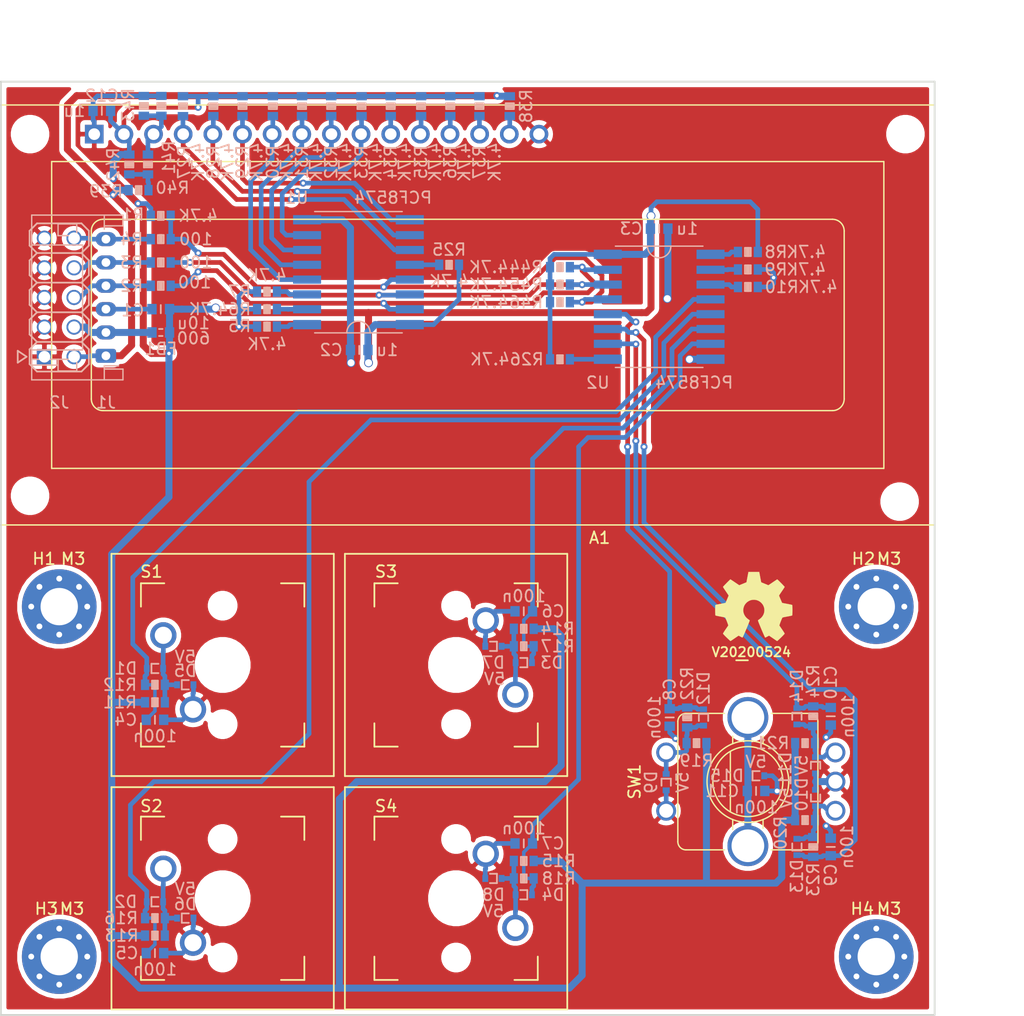
<source format=kicad_pcb>
(kicad_pcb (version 20171130) (host pcbnew 5.1.6-c6e7f7d~86~ubuntu19.10.1)
  (layers (0 F.Cu signal) (31 B.Cu signal) (34 B.Paste user) (35 F.Paste user) (36 B.SilkS user) (37 F.SilkS user) (38 B.Mask user) (39 F.Mask user) (44 Edge.Cuts user))
  (net 0 "")
  (net 1 /VSS)
  (net 2 /VDD)
  (net 3 /VDD_RAW)
  (net 4 /!INT)
  (net 5 /SCL)
  (net 6 /SDA)
  (net 7 /VDD_BACKLIGHT)
  (net 8 /!INT_RAW)
  (net 9 /SCL_RAW)
  (net 10 /SDA_RAW)
  (net 11 "Net-(R5-Pad1)")
  (net 12 "Net-(R6-Pad1)")
  (net 13 "Net-(R7-Pad1)")
  (net 14 "Net-(R8-Pad1)")
  (net 15 "Net-(R9-Pad1)")
  (net 16 "Net-(R10-Pad1)")
  (net 17 /Button_00)
  (net 18 "Net-(D1-Pad2)")
  (net 19 /Button_03)
  (net 20 /Button_02)
  (net 21 /Button_01)
  (net 22 "Net-(D2-Pad2)")
  (net 23 "Net-(D3-Pad2)")
  (net 24 "Net-(D4-Pad2)")
  (net 25 /Rotary_push_filtered)
  (net 26 /Rotary_A_filtered)
  (net 27 /Rotary_B_filtered)
  (net 28 /Rotary_shield)
  (net 29 /Rotary_push)
  (net 30 /Rotary_A)
  (net 31 /Rotary_B)
  (net 32 "Net-(A1-Pad15)")
  (net 33 /DB7)
  (net 34 /DB6)
  (net 35 /DB5)
  (net 36 /DB4)
  (net 37 /DB3)
  (net 38 /DB2)
  (net 39 /DB1)
  (net 40 /DB0)
  (net 41 /E)
  (net 42 /RW)
  (net 43 /RS)
  (net 44 /VO)
  (net 45 "Net-(R25-Pad2)")
  (net 46 "Net-(R26-Pad2)")
  (net 47 "Net-(R39-Pad2)")
  (module MX_Only:MXOnly-1U-NoLED (layer F.Cu) (at 149 140 270)
    (fp_text reference S4 (at -7.9 6 180) (layer F.SilkS))
    (fp_text value "Cherry Blue")
    (pad 2 thru_hole circle (at 2.54 -5.08 270) (size 2.25 2.25) (drill 1.47) (layers *.Cu *.Mask) (net 24 "Net-(D4-Pad2)"))
    (pad "" np_thru_hole circle (at 0 0 270) (size 3.9878 3.9878) (drill 3.9878) (layers *.Cu *.Mask))
    (pad 1 thru_hole circle (at -3.81 -2.54 270) (size 2.25 2.25) (drill 1.47) (layers *.Cu *.Mask) (net 1 /VSS))
    (pad "" np_thru_hole circle (at -5.08 0 318.0996) (size 1.75 1.75) (drill 1.75) (layers *.Cu *.Mask))
    (pad "" np_thru_hole circle (at 5.08 0 318.0996) (size 1.75 1.75) (drill 1.75) (layers *.Cu *.Mask))
  )
  (module MX_Only:MXOnly-1U-NoLED (layer F.Cu) (at 149 120 270)
    (fp_text reference S3 (at -8 6 180) (layer F.SilkS))
    (fp_text value "Cherry Blue")
    (pad 2 thru_hole circle (at 2.54 -5.08 270) (size 2.25 2.25) (drill 1.47) (layers *.Cu *.Mask) (net 23 "Net-(D3-Pad2)"))
    (pad "" np_thru_hole circle (at 0 0 270) (size 3.9878 3.9878) (drill 3.9878) (layers *.Cu *.Mask))
    (pad 1 thru_hole circle (at -3.81 -2.54 270) (size 2.25 2.25) (drill 1.47) (layers *.Cu *.Mask) (net 1 /VSS))
    (pad "" np_thru_hole circle (at -5.08 0 318.0996) (size 1.75 1.75) (drill 1.75) (layers *.Cu *.Mask))
    (pad "" np_thru_hole circle (at 5.08 0 318.0996) (size 1.75 1.75) (drill 1.75) (layers *.Cu *.Mask))
  )
  (module MX_Only:MXOnly-1U-NoLED (layer F.Cu) (at 129 140 90)
    (fp_text reference S2 (at 7.9 -6.1 180) (layer F.SilkS))
    (fp_text value "Cherry Blue")
    (pad 2 thru_hole circle (at 2.54 -5.08 90) (size 2.25 2.25) (drill 1.47) (layers *.Cu *.Mask) (net 22 "Net-(D2-Pad2)"))
    (pad "" np_thru_hole circle (at 0 0 90) (size 3.9878 3.9878) (drill 3.9878) (layers *.Cu *.Mask))
    (pad 1 thru_hole circle (at -3.81 -2.54 90) (size 2.25 2.25) (drill 1.47) (layers *.Cu *.Mask) (net 1 /VSS))
    (pad "" np_thru_hole circle (at -5.08 0 138.0996) (size 1.75 1.75) (drill 1.75) (layers *.Cu *.Mask))
    (pad "" np_thru_hole circle (at 5.08 0 138.0996) (size 1.75 1.75) (drill 1.75) (layers *.Cu *.Mask))
  )
  (module MX_Only:MXOnly-1U-NoLED (layer F.Cu) (at 129 120 90)
    (fp_text reference S1 (at 8 -6.1 180) (layer F.SilkS))
    (fp_text value "Cherry Blue")
    (pad 2 thru_hole circle (at 2.54 -5.08 90) (size 2.25 2.25) (drill 1.47) (layers *.Cu *.Mask) (net 18 "Net-(D1-Pad2)"))
    (pad "" np_thru_hole circle (at 0 0 90) (size 3.9878 3.9878) (drill 3.9878) (layers *.Cu *.Mask))
    (pad 1 thru_hole circle (at -3.81 -2.54 90) (size 2.25 2.25) (drill 1.47) (layers *.Cu *.Mask) (net 1 /VSS))
    (pad "" np_thru_hole circle (at -5.08 0 138.0996) (size 1.75 1.75) (drill 1.75) (layers *.Cu *.Mask))
    (pad "" np_thru_hole circle (at 5.08 0 138.0996) (size 1.75 1.75) (drill 1.75) (layers *.Cu *.Mask))
  )
  (module SquantorRcl:R_0603_hand (layer B.Cu) (at 157.9 88.9 180)
    (fp_text reference R46 (at 2.9 0) (layer B.SilkS) (effects (justify mirror)))
    (fp_text value 4.7K (at 6.1 0) (layer B.SilkS) (effects (justify mirror)))
    (pad 2 smd rect (at 0.85 0 180) (size 0.7 0.9) (layers B.Cu B.Paste B.Mask) (net 2 /VDD))
    (pad 1 smd rect (at -0.85 0 180) (size 0.7 0.9) (layers B.Cu B.Paste B.Mask) (net 4 /!INT))
  )
  (module SquantorRcl:R_0603_hand (layer B.Cu) (at 157.9 87.4 180)
    (fp_text reference R45 (at 2.9 0) (layer B.SilkS) (effects (justify mirror)))
    (fp_text value 4.7K (at 6.1 0) (layer B.SilkS) (effects (justify mirror)))
    (pad 2 smd rect (at 0.85 0 180) (size 0.7 0.9) (layers B.Cu B.Paste B.Mask) (net 2 /VDD))
    (pad 1 smd rect (at -0.85 0 180) (size 0.7 0.9) (layers B.Cu B.Paste B.Mask) (net 5 /SCL))
  )
  (module SquantorRcl:R_0603_hand (layer B.Cu) (at 157.9 85.9 180)
    (fp_text reference R44 (at 2.9 0) (layer B.SilkS) (effects (justify mirror)))
    (fp_text value 4.7K (at 6.1 0) (layer B.SilkS) (effects (justify mirror)))
    (pad 2 smd rect (at 0.85 0 180) (size 0.7 0.9) (layers B.Cu B.Paste B.Mask) (net 2 /VDD))
    (pad 1 smd rect (at -0.85 0 180) (size 0.7 0.9) (layers B.Cu B.Paste B.Mask) (net 6 /SDA))
  )
  (module Symbol:OSHW-Symbol_6.7x6mm_SilkScreen (layer F.Cu) (at 174.5 115)
    (fp_text reference N1 hide)
    (fp_text value OHWLOGO hide)
  )
  (module SquantorRcl:R_0603_hand (layer B.Cu) (at 168.8 124.5 270)
    (fp_text reference R22 (at -2.9 0 90) (layer B.SilkS) (effects (justify mirror)))
    (fp_text value TBD hide)
    (pad 2 smd rect (at 0.85 0 270) (size 0.7 0.9) (layers B.Cu B.Paste B.Mask) (net 29 /Rotary_push))
    (pad 1 smd rect (at -0.85 0 270) (size 0.7 0.9) (layers B.Cu B.Paste B.Mask) (net 25 /Rotary_push_filtered))
  )
  (module SquantorLabels:Label_Generic (layer F.Cu) (at 173.5 119)
    (fp_text reference N2 hide)
    (fp_text value V20200524 (at 0.8 -0.1) (layer F.SilkS) (effects (font (size 0.8 0.8))))
  )
  (module SquantorRcl:R_0603_hand (layer B.Cu) (at 123.2 143.2 180)
    (fp_text reference R13 (at 2.85 0) (layer B.SilkS) (effects (justify mirror)))
    (fp_text value TBD hide)
    (pad 2 smd rect (at 0.85 0 180) (size 0.7 0.9) (layers B.Cu B.Paste B.Mask) (net 2 /VDD))
    (pad 1 smd rect (at -0.85 0 180) (size 0.7 0.9) (layers B.Cu B.Paste B.Mask) (net 22 "Net-(D2-Pad2)"))
  )
  (module SquantorRcl:R_0603_hand (layer B.Cu) (at 123.2 121.7)
    (fp_text reference R12 (at -3 0) (layer B.SilkS) (effects (justify mirror)))
    (fp_text value TBD hide)
    (pad 2 smd rect (at 0.85 0) (size 0.7 0.9) (layers B.Cu B.Paste B.Mask) (net 18 "Net-(D1-Pad2)"))
    (pad 1 smd rect (at -0.85 0) (size 0.7 0.9) (layers B.Cu B.Paste B.Mask) (net 17 /Button_00))
  )
  (module SquantorRcl:R_0603_hand (layer B.Cu) (at 123.2 141.7)
    (fp_text reference R16 (at -2.9 0) (layer B.SilkS) (effects (justify mirror)))
    (fp_text value TBD hide)
    (pad 2 smd rect (at 0.85 0) (size 0.7 0.9) (layers B.Cu B.Paste B.Mask) (net 22 "Net-(D2-Pad2)"))
    (pad 1 smd rect (at -0.85 0) (size 0.7 0.9) (layers B.Cu B.Paste B.Mask) (net 21 /Button_01))
  )
  (module SquantorRcl:C_0603 (layer B.Cu) (at 123.2 144.7)
    (fp_text reference C5 (at -2.4 0) (layer B.SilkS) (effects (justify mirror)))
    (fp_text value 100n (at 0 1.4) (layer B.SilkS) (effects (justify mirror)))
    (pad 2 smd rect (at 0.75 0) (size 0.8 0.9) (layers B.Cu B.Paste B.Mask) (net 1 /VSS))
    (pad 1 smd rect (at -0.75 0) (size 0.8 0.9) (layers B.Cu B.Paste B.Mask) (net 21 /Button_01))
  )
  (module SquantorRcl:R_0603_hand (layer B.Cu) (at 123.2 123.2 180)
    (fp_text reference R11 (at 3 0) (layer B.SilkS) (effects (justify mirror)))
    (fp_text value TBD hide)
    (pad 2 smd rect (at 0.85 0 180) (size 0.7 0.9) (layers B.Cu B.Paste B.Mask) (net 2 /VDD))
    (pad 1 smd rect (at -0.85 0 180) (size 0.7 0.9) (layers B.Cu B.Paste B.Mask) (net 18 "Net-(D1-Pad2)"))
  )
  (module SquantorDiodes:SOD-523 (layer B.Cu) (at 123.2 120.3)
    (fp_text reference D1 (at -2.5 0) (layer B.SilkS) (effects (justify mirror)))
    (fp_text value RB521S-30 hide)
    (pad 2 smd rect (at 0.7 0) (size 0.5 0.6) (layers B.Cu B.Paste B.Mask) (net 18 "Net-(D1-Pad2)"))
    (pad 1 smd rect (at -0.7 0) (size 0.5 0.6) (layers B.Cu B.Paste B.Mask) (net 17 /Button_00))
  )
  (module SquantorRcl:C_0603 (layer B.Cu) (at 123.2 124.7)
    (fp_text reference C4 (at -2.5 0) (layer B.SilkS) (effects (justify mirror)))
    (fp_text value 100n (at 0 1.4) (layer B.SilkS) (effects (justify mirror)))
    (pad 2 smd rect (at 0.75 0) (size 0.8 0.9) (layers B.Cu B.Paste B.Mask) (net 1 /VSS))
    (pad 1 smd rect (at -0.75 0) (size 0.8 0.9) (layers B.Cu B.Paste B.Mask) (net 17 /Button_00))
  )
  (module SquantorDiodes:SOD-523 (layer B.Cu) (at 123.2 140.3)
    (fp_text reference D2 (at -2.5 0) (layer B.SilkS) (effects (justify mirror)))
    (fp_text value RB521S-30 hide)
    (pad 2 smd rect (at 0.7 0) (size 0.5 0.6) (layers B.Cu B.Paste B.Mask) (net 22 "Net-(D2-Pad2)"))
    (pad 1 smd rect (at -0.7 0) (size 0.5 0.6) (layers B.Cu B.Paste B.Mask) (net 21 /Button_01))
  )
  (module SquantorDiodes:SOD-523 (layer B.Cu) (at 125.8 121.7)
    (fp_text reference D5 (at 0 -1.2) (layer B.SilkS) (effects (justify mirror)))
    (fp_text value 5V (at 0 -2.4) (layer B.SilkS) (effects (justify mirror)))
    (pad 2 smd rect (at 0.7 0) (size 0.5 0.6) (layers B.Cu B.Paste B.Mask) (net 1 /VSS))
    (pad 1 smd rect (at -0.7 0) (size 0.5 0.6) (layers B.Cu B.Paste B.Mask) (net 18 "Net-(D1-Pad2)"))
  )
  (module SquantorDiodes:SOD-523 (layer B.Cu) (at 125.8 141.7)
    (fp_text reference D6 (at 0 -1.2) (layer B.SilkS) (effects (justify mirror)))
    (fp_text value 5V (at 0 -2.5) (layer B.SilkS) (effects (justify mirror)))
    (pad 2 smd rect (at 0.7 0) (size 0.5 0.6) (layers B.Cu B.Paste B.Mask) (net 1 /VSS))
    (pad 1 smd rect (at -0.7 0) (size 0.5 0.6) (layers B.Cu B.Paste B.Mask) (net 22 "Net-(D2-Pad2)"))
  )
  (module SquantorRcl:R_0603_hand (layer B.Cu) (at 122.25 72.075 90)
    (fp_text reference R43 (at 0.075 -1.35 90) (layer B.SilkS) (effects (justify mirror)))
    (fp_text value NTC? hide)
    (pad 2 smd rect (at 0.85 0 90) (size 0.7 0.9) (layers B.Cu B.Paste B.Mask) (net 1 /VSS))
    (pad 1 smd rect (at -0.85 0 90) (size 0.7 0.9) (layers B.Cu B.Paste B.Mask) (net 44 /VO))
  )
  (module SquantorRcl:R_0603_hand (layer B.Cu) (at 121 77.1 270)
    (fp_text reference R42 (at 0 1.375 90) (layer B.SilkS) (effects (justify mirror)))
    (fp_text value 0 hide)
    (pad 2 smd rect (at 0.85 0 270) (size 0.7 0.9) (layers B.Cu B.Paste B.Mask) (net 47 "Net-(R39-Pad2)"))
    (pad 1 smd rect (at -0.85 0 270) (size 0.7 0.9) (layers B.Cu B.Paste B.Mask) (net 2 /VDD))
  )
  (module SquantorRcl:R_0603_hand (layer B.Cu) (at 123.75 72.075 90)
    (fp_text reference R41 (at -4.425 0.65 90) (layer B.SilkS) (effects (justify mirror)))
    (fp_text value TBD hide)
    (pad 2 smd rect (at 0.85 0 90) (size 0.7 0.9) (layers B.Cu B.Paste B.Mask) (net 1 /VSS))
    (pad 1 smd rect (at -0.85 0 90) (size 0.7 0.9) (layers B.Cu B.Paste B.Mask) (net 44 /VO))
  )
  (module SquantorRcl:R_0603_hand (layer B.Cu) (at 122.6 77.1 90)
    (fp_text reference R40 (at -2 2.1 180) (layer B.SilkS) (effects (justify mirror)))
    (fp_text value TBD hide)
    (pad 2 smd rect (at 0.85 0 90) (size 0.7 0.9) (layers B.Cu B.Paste B.Mask) (net 44 /VO))
    (pad 1 smd rect (at -0.85 0 90) (size 0.7 0.9) (layers B.Cu B.Paste B.Mask) (net 47 "Net-(R39-Pad2)"))
  )
  (module SquantorRcl:R_0603_hand (layer B.Cu) (at 121.8 79.3)
    (fp_text reference R39 (at -2.8 0.1) (layer B.SilkS) (effects (justify mirror)))
    (fp_text value 0 hide)
    (pad 2 smd rect (at 0.85 0) (size 0.7 0.9) (layers B.Cu B.Paste B.Mask) (net 47 "Net-(R39-Pad2)"))
    (pad 1 smd rect (at -0.85 0) (size 0.7 0.9) (layers B.Cu B.Paste B.Mask) (net 7 /VDD_BACKLIGHT))
  )
  (module SquantorRcl:R_0603_hand (layer B.Cu) (at 153.6 72.1 90)
    (fp_text reference R38 (at 0 1.4 90) (layer B.SilkS) (effects (justify mirror)))
    (fp_text value TBD)
    (pad 2 smd rect (at 0.85 0 90) (size 0.7 0.9) (layers B.Cu B.Paste B.Mask) (net 7 /VDD_BACKLIGHT))
    (pad 1 smd rect (at -0.85 0 90) (size 0.7 0.9) (layers B.Cu B.Paste B.Mask) (net 32 "Net-(A1-Pad15)"))
  )
  (module SquantorRcl:R_0603_hand (layer B.Cu) (at 151 72.1 90)
    (fp_text reference R37 (at -4.8 0 90) (layer B.SilkS) (effects (justify mirror)))
    (fp_text value 4.7K (at -4.8 1.3 90) (layer B.SilkS) (effects (justify mirror)))
    (pad 2 smd rect (at 0.85 0 90) (size 0.7 0.9) (layers B.Cu B.Paste B.Mask) (net 2 /VDD))
    (pad 1 smd rect (at -0.85 0 90) (size 0.7 0.9) (layers B.Cu B.Paste B.Mask) (net 33 /DB7))
  )
  (module SquantorRcl:R_0603_hand (layer B.Cu) (at 148.5 72.1 90)
    (fp_text reference R36 (at -4.8 0 90) (layer B.SilkS) (effects (justify mirror)))
    (fp_text value 4.7K (at -4.8 1.2 90) (layer B.SilkS) (effects (justify mirror)))
    (pad 2 smd rect (at 0.85 0 90) (size 0.7 0.9) (layers B.Cu B.Paste B.Mask) (net 2 /VDD))
    (pad 1 smd rect (at -0.85 0 90) (size 0.7 0.9) (layers B.Cu B.Paste B.Mask) (net 34 /DB6))
  )
  (module SquantorRcl:R_0603_hand (layer B.Cu) (at 146 72.1 90)
    (fp_text reference R35 (at -4.8 0 90) (layer B.SilkS) (effects (justify mirror)))
    (fp_text value 4.7K (at -4.8 1.2 90) (layer B.SilkS) (effects (justify mirror)))
    (pad 2 smd rect (at 0.85 0 90) (size 0.7 0.9) (layers B.Cu B.Paste B.Mask) (net 2 /VDD))
    (pad 1 smd rect (at -0.85 0 90) (size 0.7 0.9) (layers B.Cu B.Paste B.Mask) (net 35 /DB5))
  )
  (module SquantorRcl:R_0603_hand (layer B.Cu) (at 143.4 72.1 90)
    (fp_text reference R34 (at -4.8 0 90) (layer B.SilkS) (effects (justify mirror)))
    (fp_text value 4.7K (at -4.8 1.2 90) (layer B.SilkS) (effects (justify mirror)))
    (pad 2 smd rect (at 0.85 0 90) (size 0.7 0.9) (layers B.Cu B.Paste B.Mask) (net 2 /VDD))
    (pad 1 smd rect (at -0.85 0 90) (size 0.7 0.9) (layers B.Cu B.Paste B.Mask) (net 36 /DB4))
  )
  (module SquantorRcl:R_0603_hand (layer B.Cu) (at 140.9 72.1 90)
    (fp_text reference R33 (at -4.8 0 90) (layer B.SilkS) (effects (justify mirror)))
    (fp_text value 4.7K (at -4.8 1.2 90) (layer B.SilkS) (effects (justify mirror)))
    (pad 2 smd rect (at 0.85 0 90) (size 0.7 0.9) (layers B.Cu B.Paste B.Mask) (net 2 /VDD))
    (pad 1 smd rect (at -0.85 0 90) (size 0.7 0.9) (layers B.Cu B.Paste B.Mask) (net 37 /DB3))
  )
  (module SquantorRcl:R_0603_hand (layer B.Cu) (at 138.3 72.1 90)
    (fp_text reference R32 (at -4.8 0 90) (layer B.SilkS) (effects (justify mirror)))
    (fp_text value 4.7K (at -4.8 1.2 90) (layer B.SilkS) (effects (justify mirror)))
    (pad 2 smd rect (at 0.85 0 90) (size 0.7 0.9) (layers B.Cu B.Paste B.Mask) (net 2 /VDD))
    (pad 1 smd rect (at -0.85 0 90) (size 0.7 0.9) (layers B.Cu B.Paste B.Mask) (net 38 /DB2))
  )
  (module SquantorRcl:R_0603_hand (layer B.Cu) (at 135.8 72.1 90)
    (fp_text reference R31 (at -4.8 0 90) (layer B.SilkS) (effects (justify mirror)))
    (fp_text value 4.7K (at -4.8 1.2 90) (layer B.SilkS) (effects (justify mirror)))
    (pad 2 smd rect (at 0.85 0 90) (size 0.7 0.9) (layers B.Cu B.Paste B.Mask) (net 2 /VDD))
    (pad 1 smd rect (at -0.85 0 90) (size 0.7 0.9) (layers B.Cu B.Paste B.Mask) (net 39 /DB1))
  )
  (module SquantorRcl:R_0603_hand (layer B.Cu) (at 133.3 72.1 90)
    (fp_text reference R30 (at -4.8 0 90) (layer B.SilkS) (effects (justify mirror)))
    (fp_text value 4.7K (at -4.8 1.2 90) (layer B.SilkS) (effects (justify mirror)))
    (pad 2 smd rect (at 0.85 0 90) (size 0.7 0.9) (layers B.Cu B.Paste B.Mask) (net 2 /VDD))
    (pad 1 smd rect (at -0.85 0 90) (size 0.7 0.9) (layers B.Cu B.Paste B.Mask) (net 40 /DB0))
  )
  (module SquantorRcl:R_0603_hand (layer B.Cu) (at 130.7 72.1 90)
    (fp_text reference R29 (at -4.8 0 90) (layer B.SilkS) (effects (justify mirror)))
    (fp_text value 4.7K (at -4.8 1.2 90) (layer B.SilkS) (effects (justify mirror)))
    (pad 2 smd rect (at 0.85 0 90) (size 0.7 0.9) (layers B.Cu B.Paste B.Mask) (net 2 /VDD))
    (pad 1 smd rect (at -0.85 0 90) (size 0.7 0.9) (layers B.Cu B.Paste B.Mask) (net 41 /E))
  )
  (module SquantorRcl:R_0603_hand (layer B.Cu) (at 128.2 72.1 90)
    (fp_text reference R28 (at -4.8 0 90) (layer B.SilkS) (effects (justify mirror)))
    (fp_text value 4.7K (at -4.8 1.2 90) (layer B.SilkS) (effects (justify mirror)))
    (pad 2 smd rect (at 0.85 0 90) (size 0.7 0.9) (layers B.Cu B.Paste B.Mask) (net 2 /VDD))
    (pad 1 smd rect (at -0.85 0 90) (size 0.7 0.9) (layers B.Cu B.Paste B.Mask) (net 42 /RW))
  )
  (module SquantorRcl:R_0603_hand (layer B.Cu) (at 125.6 72.1 90)
    (fp_text reference R27 (at -4.8 0.1 90) (layer B.SilkS) (effects (justify mirror)))
    (fp_text value 4.7K (at -4.8 1.3 90) (layer B.SilkS) (effects (justify mirror)))
    (pad 2 smd rect (at 0.85 0 90) (size 0.7 0.9) (layers B.Cu B.Paste B.Mask) (net 2 /VDD))
    (pad 1 smd rect (at -0.85 0 90) (size 0.7 0.9) (layers B.Cu B.Paste B.Mask) (net 43 /RS))
  )
  (module SquantorRcl:R_0603_hand (layer B.Cu) (at 157.9 93.8)
    (fp_text reference R26 (at -2.85 0) (layer B.SilkS) (effects (justify mirror)))
    (fp_text value 4.7K (at -6 0) (layer B.SilkS) (effects (justify mirror)))
    (pad 2 smd rect (at 0.85 0) (size 0.7 0.9) (layers B.Cu B.Paste B.Mask) (net 46 "Net-(R26-Pad2)"))
    (pad 1 smd rect (at -0.85 0) (size 0.7 0.9) (layers B.Cu B.Paste B.Mask) (net 2 /VDD))
  )
  (module SquantorRcl:R_0603_hand (layer B.Cu) (at 148.4 85.7 180)
    (fp_text reference R25 (at 0 1.3) (layer B.SilkS) (effects (justify mirror)))
    (fp_text value 4.7K (at 0 -1.4) (layer B.SilkS) (effects (justify mirror)))
    (pad 2 smd rect (at 0.85 0 180) (size 0.7 0.9) (layers B.Cu B.Paste B.Mask) (net 45 "Net-(R25-Pad2)"))
    (pad 1 smd rect (at -0.85 0 180) (size 0.7 0.9) (layers B.Cu B.Paste B.Mask) (net 2 /VDD))
  )
  (module SquantorRcl:C_0603 (layer B.Cu) (at 118.65 72.5 180)
    (fp_text reference C12 (at 0 1.3) (layer B.SilkS) (effects (justify mirror)))
    (fp_text value 1u (at 2.35 0) (layer B.SilkS) (effects (justify mirror)))
    (pad 2 smd rect (at 0.75 0 180) (size 0.8 0.9) (layers B.Cu B.Paste B.Mask) (net 1 /VSS))
    (pad 1 smd rect (at -0.75 0 180) (size 0.8 0.9) (layers B.Cu B.Paste B.Mask) (net 2 /VDD))
  )
  (module SquantorModules:LCM1602K (layer F.Cu) (at 150 90)
    (fp_text reference A1 (at 11.3 19.1) (layer F.SilkS))
    (fp_text value LCM1602)
    (pad 16 thru_hole circle (at 6.1 -15.5) (size 1.6 1.6) (drill 1) (layers *.Cu *.Mask) (net 1 /VSS))
    (pad 15 thru_hole circle (at 3.56 -15.5) (size 1.6 1.6) (drill 1) (layers *.Cu *.Mask) (net 32 "Net-(A1-Pad15)"))
    (pad 14 thru_hole circle (at 1.02 -15.5) (size 1.6 1.6) (drill 1) (layers *.Cu *.Mask) (net 33 /DB7))
    (pad 13 thru_hole circle (at -1.52 -15.5) (size 1.6 1.6) (drill 1) (layers *.Cu *.Mask) (net 34 /DB6))
    (pad 12 thru_hole circle (at -4.06 -15.5) (size 1.6 1.6) (drill 1) (layers *.Cu *.Mask) (net 35 /DB5))
    (pad 11 thru_hole circle (at -6.6 -15.5) (size 1.6 1.6) (drill 1) (layers *.Cu *.Mask) (net 36 /DB4))
    (pad 10 thru_hole circle (at -9.14 -15.5) (size 1.6 1.6) (drill 1) (layers *.Cu *.Mask) (net 37 /DB3))
    (pad 9 thru_hole circle (at -11.68 -15.5) (size 1.6 1.6) (drill 1) (layers *.Cu *.Mask) (net 38 /DB2))
    (pad 8 thru_hole circle (at -14.22 -15.5) (size 1.6 1.6) (drill 1) (layers *.Cu *.Mask) (net 39 /DB1))
    (pad 7 thru_hole circle (at -16.76 -15.5) (size 1.6 1.6) (drill 1) (layers *.Cu *.Mask) (net 40 /DB0))
    (pad 6 thru_hole circle (at -19.3 -15.5) (size 1.6 1.6) (drill 1) (layers *.Cu *.Mask) (net 41 /E))
    (pad 5 thru_hole circle (at -21.84 -15.5) (size 1.6 1.6) (drill 1) (layers *.Cu *.Mask) (net 42 /RW))
    (pad 4 thru_hole circle (at -24.38 -15.5) (size 1.6 1.6) (drill 1) (layers *.Cu *.Mask) (net 43 /RS))
    (pad 3 thru_hole circle (at -26.92 -15.5) (size 1.6 1.6) (drill 1) (layers *.Cu *.Mask) (net 44 /VO))
    (pad 2 thru_hole circle (at -29.46 -15.5) (size 1.6 1.6) (drill 1) (layers *.Cu *.Mask) (net 2 /VDD))
    (pad 1 thru_hole rect (at -32 -15.5) (size 1.6 1.6) (drill 1) (layers *.Cu *.Mask) (net 1 /VSS))
    (pad "" np_thru_hole circle (at 37.5 -15.5) (size 2.5 2.5) (drill 2.5) (layers *.Cu *.Mask))
    (pad "" np_thru_hole circle (at 37 16) (size 2.5 2.5) (drill 2.5) (layers *.Cu *.Mask))
    (pad "" np_thru_hole circle (at -37.5 15.5) (size 2.5 2.5) (drill 2.5) (layers *.Cu *.Mask))
    (pad "" np_thru_hole circle (at -37.5 -15.5) (size 2.5 2.5) (drill 2.5) (layers *.Cu *.Mask))
  )
  (module SquantorSwitches:ALPS_EC11E_style5 (layer F.Cu) (at 174 130 90)
    (fp_text reference SW1 (at 0 -9.71 90) (layer F.SilkS))
    (fp_text value ALPS_EC11E18244A5)
    (pad S thru_hole circle (at 5.5 0 90) (size 3.5 3.5) (drill 2.8) (layers *.Cu *.Mask) (net 28 /Rotary_shield))
    (pad S thru_hole circle (at -5.5 0 90) (size 3.5 3.5) (drill 2.8) (layers *.Cu *.Mask) (net 28 /Rotary_shield))
    (pad E thru_hole circle (at 2.5 -7 90) (size 1.7 1.7) (drill 1.2) (layers *.Cu *.Mask) (net 29 /Rotary_push))
    (pad D thru_hole circle (at -2.5 -7 90) (size 1.7 1.7) (drill 1.2) (layers *.Cu *.Mask) (net 1 /VSS))
    (pad B thru_hole circle (at 2.5 7.5 90) (size 1.7 1.7) (drill 1.2) (layers *.Cu *.Mask) (net 31 /Rotary_B))
    (pad A thru_hole circle (at -2.5 7.5 90) (size 1.7 1.7) (drill 1.2) (layers *.Cu *.Mask) (net 30 /Rotary_A))
    (pad C thru_hole circle (at 0 7.5 90) (size 1.7 1.7) (drill 1.2) (layers *.Cu *.Mask) (net 1 /VSS))
  )
  (module SquantorRcl:R_0603_hand (layer B.Cu) (at 179.6 124.4 270)
    (fp_text reference R24 (at -3 0 90) (layer B.SilkS) (effects (justify mirror)))
    (fp_text value TBD hide)
    (pad 2 smd rect (at 0.85 0 270) (size 0.7 0.9) (layers B.Cu B.Paste B.Mask) (net 31 /Rotary_B))
    (pad 1 smd rect (at -0.85 0 270) (size 0.7 0.9) (layers B.Cu B.Paste B.Mask) (net 27 /Rotary_B_filtered))
  )
  (module SquantorRcl:R_0603_hand (layer B.Cu) (at 179.6 135.6 90)
    (fp_text reference R23 (at -2.8 0 90) (layer B.SilkS) (effects (justify mirror)))
    (fp_text value TBD hide)
    (pad 2 smd rect (at 0.85 0 90) (size 0.7 0.9) (layers B.Cu B.Paste B.Mask) (net 30 /Rotary_A))
    (pad 1 smd rect (at -0.85 0 90) (size 0.7 0.9) (layers B.Cu B.Paste B.Mask) (net 26 /Rotary_A_filtered))
  )
  (module SquantorRcl:R_0603_hand (layer B.Cu) (at 178.9 126.7 180)
    (fp_text reference R21 (at 2.8 0) (layer B.SilkS) (effects (justify mirror)))
    (fp_text value TBD hide)
    (pad 2 smd rect (at 0.85 0 180) (size 0.7 0.9) (layers B.Cu B.Paste B.Mask) (net 2 /VDD))
    (pad 1 smd rect (at -0.85 0 180) (size 0.7 0.9) (layers B.Cu B.Paste B.Mask) (net 31 /Rotary_B))
  )
  (module SquantorRcl:R_0603_hand (layer B.Cu) (at 178.9 133.3 180)
    (fp_text reference R20 (at 2.1 -1.1 90) (layer B.SilkS) (effects (justify mirror)))
    (fp_text value TBD)
    (pad 2 smd rect (at 0.85 0 180) (size 0.7 0.9) (layers B.Cu B.Paste B.Mask) (net 2 /VDD))
    (pad 1 smd rect (at -0.85 0 180) (size 0.7 0.9) (layers B.Cu B.Paste B.Mask) (net 30 /Rotary_A))
  )
  (module SquantorRcl:R_0603_hand (layer B.Cu) (at 169.6 126.7)
    (fp_text reference R19 (at 0 1.5) (layer B.SilkS) (effects (justify mirror)))
    (fp_text value TBD hide)
    (pad 2 smd rect (at 0.85 0) (size 0.7 0.9) (layers B.Cu B.Paste B.Mask) (net 2 /VDD))
    (pad 1 smd rect (at -0.85 0) (size 0.7 0.9) (layers B.Cu B.Paste B.Mask) (net 29 /Rotary_push))
  )
  (module SquantorDiodes:SOD-523 (layer B.Cu) (at 174.7 129.5)
    (fp_text reference D15 (at -2.5 0) (layer B.SilkS) (effects (justify mirror)))
    (fp_text value 5V (at 0 -1.2) (layer B.SilkS) (effects (justify mirror)))
    (pad 2 smd rect (at 0.7 0) (size 0.5 0.6) (layers B.Cu B.Paste B.Mask) (net 1 /VSS))
    (pad 1 smd rect (at -0.7 0) (size 0.5 0.6) (layers B.Cu B.Paste B.Mask) (net 28 /Rotary_shield))
  )
  (module SquantorDiodes:SOD-523 (layer B.Cu) (at 178.2 124.4 270)
    (fp_text reference D14 (at -2.6 0 90) (layer B.SilkS) (effects (justify mirror)))
    (fp_text value RB521S-30 hide)
    (pad 2 smd rect (at 0.7 0 270) (size 0.5 0.6) (layers B.Cu B.Paste B.Mask) (net 31 /Rotary_B))
    (pad 1 smd rect (at -0.7 0 270) (size 0.5 0.6) (layers B.Cu B.Paste B.Mask) (net 27 /Rotary_B_filtered))
  )
  (module SquantorDiodes:SOD-523 (layer B.Cu) (at 178.2 135.6 90)
    (fp_text reference D13 (at -2.5 0 90) (layer B.SilkS) (effects (justify mirror)))
    (fp_text value RB521S-30 hide)
    (pad 2 smd rect (at 0.7 0 90) (size 0.5 0.6) (layers B.Cu B.Paste B.Mask) (net 30 /Rotary_A))
    (pad 1 smd rect (at -0.7 0 90) (size 0.5 0.6) (layers B.Cu B.Paste B.Mask) (net 26 /Rotary_A_filtered))
  )
  (module SquantorDiodes:SOD-523 (layer B.Cu) (at 170.2 124.5 270)
    (fp_text reference D12 (at -2.5 0 90) (layer B.SilkS) (effects (justify mirror)))
    (fp_text value RB521S-30 hide)
    (pad 2 smd rect (at 0.7 0 270) (size 0.5 0.6) (layers B.Cu B.Paste B.Mask) (net 29 /Rotary_push))
    (pad 1 smd rect (at -0.7 0 270) (size 0.5 0.6) (layers B.Cu B.Paste B.Mask) (net 25 /Rotary_push_filtered))
  )
  (module SquantorDiodes:SOD-523 (layer B.Cu) (at 179.8 128.6 270)
    (fp_text reference D11 (at 0.3 2.6 90) (layer B.SilkS) (effects (justify mirror)))
    (fp_text value 5V (at 0 1.2 90) (layer B.SilkS) (effects (justify mirror)))
    (pad 2 smd rect (at 0.7 0 270) (size 0.5 0.6) (layers B.Cu B.Paste B.Mask) (net 1 /VSS))
    (pad 1 smd rect (at -0.7 0 270) (size 0.5 0.6) (layers B.Cu B.Paste B.Mask) (net 31 /Rotary_B))
  )
  (module SquantorDiodes:SOD-523 (layer B.Cu) (at 179.8 131.4 90)
    (fp_text reference D10 (at 0.3 -1.2 270) (layer B.SilkS) (effects (justify mirror)))
    (fp_text value 5V (at 0 -2.5 270) (layer B.SilkS) (effects (justify mirror)))
    (pad 2 smd rect (at 0.7 0 90) (size 0.5 0.6) (layers B.Cu B.Paste B.Mask) (net 1 /VSS))
    (pad 1 smd rect (at -0.7 0 90) (size 0.5 0.6) (layers B.Cu B.Paste B.Mask) (net 30 /Rotary_A))
  )
  (module SquantorDiodes:SOD-523 (layer B.Cu) (at 167 130.05 270)
    (fp_text reference D9 (at 0 1.3 90) (layer B.SilkS) (effects (justify mirror)))
    (fp_text value 5V (at 0 -1.4 90) (layer B.SilkS) (effects (justify mirror)))
    (pad 2 smd rect (at 0.7 0 270) (size 0.5 0.6) (layers B.Cu B.Paste B.Mask) (net 1 /VSS))
    (pad 1 smd rect (at -0.7 0 270) (size 0.5 0.6) (layers B.Cu B.Paste B.Mask) (net 29 /Rotary_push))
  )
  (module SquantorRcl:C_0603 (layer B.Cu) (at 174.7 130.8 180)
    (fp_text reference C11 (at 2.9 0) (layer B.SilkS) (effects (justify mirror)))
    (fp_text value 100n (at 0 -1.4) (layer B.SilkS) (effects (justify mirror)))
    (pad 2 smd rect (at 0.75 0 180) (size 0.8 0.9) (layers B.Cu B.Paste B.Mask) (net 28 /Rotary_shield))
    (pad 1 smd rect (at -0.75 0 180) (size 0.8 0.9) (layers B.Cu B.Paste B.Mask) (net 1 /VSS))
  )
  (module SquantorRcl:C_0603 (layer B.Cu) (at 181.1 124.4 270)
    (fp_text reference C10 (at -2.9 0 90) (layer B.SilkS) (effects (justify mirror)))
    (fp_text value 100n (at 0 -1.5 90) (layer B.SilkS) (effects (justify mirror)))
    (pad 2 smd rect (at 0.75 0 270) (size 0.8 0.9) (layers B.Cu B.Paste B.Mask) (net 1 /VSS))
    (pad 1 smd rect (at -0.75 0 270) (size 0.8 0.9) (layers B.Cu B.Paste B.Mask) (net 27 /Rotary_B_filtered))
  )
  (module SquantorRcl:C_0603 (layer B.Cu) (at 181.1 135.6 90)
    (fp_text reference C9 (at -2.4 0 90) (layer B.SilkS) (effects (justify mirror)))
    (fp_text value 100n (at 0 1.4 90) (layer B.SilkS) (effects (justify mirror)))
    (pad 2 smd rect (at 0.75 0 90) (size 0.8 0.9) (layers B.Cu B.Paste B.Mask) (net 1 /VSS))
    (pad 1 smd rect (at -0.75 0 90) (size 0.8 0.9) (layers B.Cu B.Paste B.Mask) (net 26 /Rotary_A_filtered))
  )
  (module SquantorRcl:C_0603 (layer B.Cu) (at 167.3 124.5 270)
    (fp_text reference C8 (at -2.4 0 90) (layer B.SilkS) (effects (justify mirror)))
    (fp_text value 100n (at 0 1.3 90) (layer B.SilkS) (effects (justify mirror)))
    (pad 2 smd rect (at 0.75 0 270) (size 0.8 0.9) (layers B.Cu B.Paste B.Mask) (net 1 /VSS))
    (pad 1 smd rect (at -0.75 0 270) (size 0.8 0.9) (layers B.Cu B.Paste B.Mask) (net 25 /Rotary_push_filtered))
  )
  (module SquantorDiodes:SOD-523 (layer B.Cu) (at 152.2 138.3 180)
    (fp_text reference D8 (at 0 -1.4) (layer B.SilkS) (effects (justify mirror)))
    (fp_text value 5V (at 0 -2.8) (layer B.SilkS) (effects (justify mirror)))
    (pad 2 smd rect (at 0.7 0 180) (size 0.5 0.6) (layers B.Cu B.Paste B.Mask) (net 1 /VSS))
    (pad 1 smd rect (at -0.7 0 180) (size 0.5 0.6) (layers B.Cu B.Paste B.Mask) (net 24 "Net-(D4-Pad2)"))
  )
  (module SquantorDiodes:SOD-523 (layer B.Cu) (at 152.2 118.4 180)
    (fp_text reference D7 (at 0 -1.4) (layer B.SilkS) (effects (justify mirror)))
    (fp_text value 5V (at -0.1 -2.8) (layer B.SilkS) (effects (justify mirror)))
    (pad 2 smd rect (at 0.7 0 180) (size 0.5 0.6) (layers B.Cu B.Paste B.Mask) (net 1 /VSS))
    (pad 1 smd rect (at -0.7 0 180) (size 0.5 0.6) (layers B.Cu B.Paste B.Mask) (net 23 "Net-(D3-Pad2)"))
  )
  (module SquantorRcl:R_0603_hand (layer B.Cu) (at 154.8 138.3 180)
    (fp_text reference R18 (at -3 0) (layer B.SilkS) (effects (justify mirror)))
    (fp_text value TBD hide)
    (pad 2 smd rect (at 0.85 0 180) (size 0.7 0.9) (layers B.Cu B.Paste B.Mask) (net 24 "Net-(D4-Pad2)"))
    (pad 1 smd rect (at -0.85 0 180) (size 0.7 0.9) (layers B.Cu B.Paste B.Mask) (net 19 /Button_03))
  )
  (module SquantorRcl:R_0603_hand (layer B.Cu) (at 154.8 118.4 180)
    (fp_text reference R17 (at -2.9 0) (layer B.SilkS) (effects (justify mirror)))
    (fp_text value TBD hide)
    (pad 2 smd rect (at 0.85 0 180) (size 0.7 0.9) (layers B.Cu B.Paste B.Mask) (net 23 "Net-(D3-Pad2)"))
    (pad 1 smd rect (at -0.85 0 180) (size 0.7 0.9) (layers B.Cu B.Paste B.Mask) (net 20 /Button_02))
  )
  (module SquantorRcl:R_0603_hand (layer B.Cu) (at 154.8 136.8)
    (fp_text reference R15 (at 3 0) (layer B.SilkS) (effects (justify mirror)))
    (fp_text value TBD hide)
    (pad 2 smd rect (at 0.85 0) (size 0.7 0.9) (layers B.Cu B.Paste B.Mask) (net 2 /VDD))
    (pad 1 smd rect (at -0.85 0) (size 0.7 0.9) (layers B.Cu B.Paste B.Mask) (net 24 "Net-(D4-Pad2)"))
  )
  (module SquantorRcl:R_0603_hand (layer B.Cu) (at 154.8 116.9)
    (fp_text reference R14 (at 2.9 0) (layer B.SilkS) (effects (justify mirror)))
    (fp_text value TBD hide)
    (pad 2 smd rect (at 0.85 0) (size 0.7 0.9) (layers B.Cu B.Paste B.Mask) (net 2 /VDD))
    (pad 1 smd rect (at -0.85 0) (size 0.7 0.9) (layers B.Cu B.Paste B.Mask) (net 23 "Net-(D3-Pad2)"))
  )
  (module SquantorDiodes:SOD-523 (layer B.Cu) (at 154.8 139.7 180)
    (fp_text reference D4 (at -2.5 0) (layer B.SilkS) (effects (justify mirror)))
    (fp_text value RB521S-30 hide)
    (pad 2 smd rect (at 0.7 0 180) (size 0.5 0.6) (layers B.Cu B.Paste B.Mask) (net 24 "Net-(D4-Pad2)"))
    (pad 1 smd rect (at -0.7 0 180) (size 0.5 0.6) (layers B.Cu B.Paste B.Mask) (net 19 /Button_03))
  )
  (module SquantorDiodes:SOD-523 (layer B.Cu) (at 154.8 119.8 180)
    (fp_text reference D3 (at -2.4 0) (layer B.SilkS) (effects (justify mirror)))
    (fp_text value RB521S-30 hide)
    (pad 2 smd rect (at 0.7 0 180) (size 0.5 0.6) (layers B.Cu B.Paste B.Mask) (net 23 "Net-(D3-Pad2)"))
    (pad 1 smd rect (at -0.7 0 180) (size 0.5 0.6) (layers B.Cu B.Paste B.Mask) (net 20 /Button_02))
  )
  (module SquantorRcl:C_0603 (layer B.Cu) (at 154.8 135.3 180)
    (fp_text reference C7 (at -2.5 0) (layer B.SilkS) (effects (justify mirror)))
    (fp_text value 100n (at 0 1.3) (layer B.SilkS) (effects (justify mirror)))
    (pad 2 smd rect (at 0.75 0 180) (size 0.8 0.9) (layers B.Cu B.Paste B.Mask) (net 1 /VSS))
    (pad 1 smd rect (at -0.75 0 180) (size 0.8 0.9) (layers B.Cu B.Paste B.Mask) (net 19 /Button_03))
  )
  (module SquantorRcl:C_0603 (layer B.Cu) (at 154.8 115.4 180)
    (fp_text reference C6 (at -2.5 0) (layer B.SilkS) (effects (justify mirror)))
    (fp_text value 100n (at 0 1.3) (layer B.SilkS) (effects (justify mirror)))
    (pad 2 smd rect (at 0.75 0 180) (size 0.8 0.9) (layers B.Cu B.Paste B.Mask) (net 1 /VSS))
    (pad 1 smd rect (at -0.75 0 180) (size 0.8 0.9) (layers B.Cu B.Paste B.Mask) (net 20 /Button_02))
  )
  (module MountingHole:MountingHole_3.2mm_M3_Pad_Via (layer F.Cu) (at 185 145)
    (fp_text reference H4 (at -1.2 -4.1) (layer F.SilkS))
    (fp_text value M3 (at 1.1 -4.1) (layer F.SilkS))
    (pad 1 thru_hole circle (at 1.697056 -1.697056) (size 0.8 0.8) (drill 0.5) (layers *.Cu *.Mask))
    (pad 1 thru_hole circle (at 0 -2.4) (size 0.8 0.8) (drill 0.5) (layers *.Cu *.Mask))
    (pad 1 thru_hole circle (at -1.697056 -1.697056) (size 0.8 0.8) (drill 0.5) (layers *.Cu *.Mask))
    (pad 1 thru_hole circle (at -2.4 0) (size 0.8 0.8) (drill 0.5) (layers *.Cu *.Mask))
    (pad 1 thru_hole circle (at -1.697056 1.697056) (size 0.8 0.8) (drill 0.5) (layers *.Cu *.Mask))
    (pad 1 thru_hole circle (at 0 2.4) (size 0.8 0.8) (drill 0.5) (layers *.Cu *.Mask))
    (pad 1 thru_hole circle (at 1.697056 1.697056) (size 0.8 0.8) (drill 0.5) (layers *.Cu *.Mask))
    (pad 1 thru_hole circle (at 2.4 0) (size 0.8 0.8) (drill 0.5) (layers *.Cu *.Mask))
    (pad 1 thru_hole circle (at 0 0) (size 6.4 6.4) (drill 3.2) (layers *.Cu *.Mask))
  )
  (module MountingHole:MountingHole_3.2mm_M3_Pad_Via (layer F.Cu) (at 115 145)
    (fp_text reference H3 (at -1.1 -4.1) (layer F.SilkS))
    (fp_text value M3 (at 1.1 -4.1) (layer F.SilkS))
    (pad 1 thru_hole circle (at 1.697056 -1.697056) (size 0.8 0.8) (drill 0.5) (layers *.Cu *.Mask))
    (pad 1 thru_hole circle (at 0 -2.4) (size 0.8 0.8) (drill 0.5) (layers *.Cu *.Mask))
    (pad 1 thru_hole circle (at -1.697056 -1.697056) (size 0.8 0.8) (drill 0.5) (layers *.Cu *.Mask))
    (pad 1 thru_hole circle (at -2.4 0) (size 0.8 0.8) (drill 0.5) (layers *.Cu *.Mask))
    (pad 1 thru_hole circle (at -1.697056 1.697056) (size 0.8 0.8) (drill 0.5) (layers *.Cu *.Mask))
    (pad 1 thru_hole circle (at 0 2.4) (size 0.8 0.8) (drill 0.5) (layers *.Cu *.Mask))
    (pad 1 thru_hole circle (at 1.697056 1.697056) (size 0.8 0.8) (drill 0.5) (layers *.Cu *.Mask))
    (pad 1 thru_hole circle (at 2.4 0) (size 0.8 0.8) (drill 0.5) (layers *.Cu *.Mask))
    (pad 1 thru_hole circle (at 0 0) (size 6.4 6.4) (drill 3.2) (layers *.Cu *.Mask))
  )
  (module MountingHole:MountingHole_3.2mm_M3_Pad_Via (layer F.Cu) (at 185 115)
    (fp_text reference H2 (at -1.1 -4.1) (layer F.SilkS))
    (fp_text value M3 (at 1.1 -4.1) (layer F.SilkS))
    (pad 1 thru_hole circle (at 1.697056 -1.697056) (size 0.8 0.8) (drill 0.5) (layers *.Cu *.Mask))
    (pad 1 thru_hole circle (at 0 -2.4) (size 0.8 0.8) (drill 0.5) (layers *.Cu *.Mask))
    (pad 1 thru_hole circle (at -1.697056 -1.697056) (size 0.8 0.8) (drill 0.5) (layers *.Cu *.Mask))
    (pad 1 thru_hole circle (at -2.4 0) (size 0.8 0.8) (drill 0.5) (layers *.Cu *.Mask))
    (pad 1 thru_hole circle (at -1.697056 1.697056) (size 0.8 0.8) (drill 0.5) (layers *.Cu *.Mask))
    (pad 1 thru_hole circle (at 0 2.4) (size 0.8 0.8) (drill 0.5) (layers *.Cu *.Mask))
    (pad 1 thru_hole circle (at 1.697056 1.697056) (size 0.8 0.8) (drill 0.5) (layers *.Cu *.Mask))
    (pad 1 thru_hole circle (at 2.4 0) (size 0.8 0.8) (drill 0.5) (layers *.Cu *.Mask))
    (pad 1 thru_hole circle (at 0 0) (size 6.4 6.4) (drill 3.2) (layers *.Cu *.Mask))
  )
  (module MountingHole:MountingHole_3.2mm_M3_Pad_Via (layer F.Cu) (at 115 115)
    (fp_text reference H1 (at -1.3 -4.1) (layer F.SilkS))
    (fp_text value M3 (at 1.2 -4.1) (layer F.SilkS))
    (pad 1 thru_hole circle (at 1.697056 -1.697056) (size 0.8 0.8) (drill 0.5) (layers *.Cu *.Mask))
    (pad 1 thru_hole circle (at 0 -2.4) (size 0.8 0.8) (drill 0.5) (layers *.Cu *.Mask))
    (pad 1 thru_hole circle (at -1.697056 -1.697056) (size 0.8 0.8) (drill 0.5) (layers *.Cu *.Mask))
    (pad 1 thru_hole circle (at -2.4 0) (size 0.8 0.8) (drill 0.5) (layers *.Cu *.Mask))
    (pad 1 thru_hole circle (at -1.697056 1.697056) (size 0.8 0.8) (drill 0.5) (layers *.Cu *.Mask))
    (pad 1 thru_hole circle (at 0 2.4) (size 0.8 0.8) (drill 0.5) (layers *.Cu *.Mask))
    (pad 1 thru_hole circle (at 1.697056 1.697056) (size 0.8 0.8) (drill 0.5) (layers *.Cu *.Mask))
    (pad 1 thru_hole circle (at 2.4 0) (size 0.8 0.8) (drill 0.5) (layers *.Cu *.Mask))
    (pad 1 thru_hole circle (at 0 0) (size 6.4 6.4) (drill 3.2) (layers *.Cu *.Mask))
  )
  (module SquantorIC:SOT162-1-NXP (layer B.Cu) (at 166.4 89.3 180)
    (fp_text reference U2 (at 5.25 -6.5) (layer B.SilkS) (effects (justify mirror)))
    (fp_text value PCF8574 (at -3 -6.5) (layer B.SilkS) (effects (justify mirror)))
    (pad 16 smd rect (at 4.4 4.495 180) (size 2.4 0.8) (layers B.Cu B.Paste B.Mask) (net 2 /VDD))
    (pad 15 smd rect (at 4.4 3.175 180) (size 2.4 0.7) (layers B.Cu B.Paste B.Mask) (net 6 /SDA))
    (pad 14 smd rect (at 4.4 1.905 180) (size 2.4 0.7) (layers B.Cu B.Paste B.Mask) (net 5 /SCL))
    (pad 13 smd rect (at 4.4 0.635 180) (size 2.4 0.7) (layers B.Cu B.Paste B.Mask) (net 4 /!INT))
    (pad 12 smd rect (at 4.4 -0.635 180) (size 2.4 0.7) (layers B.Cu B.Paste B.Mask) (net 25 /Rotary_push_filtered))
    (pad 11 smd rect (at 4.4 -1.905 180) (size 2.4 0.7) (layers B.Cu B.Paste B.Mask) (net 26 /Rotary_A_filtered))
    (pad 10 smd rect (at 4.4 -3.175 180) (size 2.4 0.7) (layers B.Cu B.Paste B.Mask) (net 27 /Rotary_B_filtered))
    (pad 9 smd rect (at 4.4 -4.495 180) (size 2.4 0.8) (layers B.Cu B.Paste B.Mask) (net 46 "Net-(R26-Pad2)"))
    (pad 8 smd rect (at -4.4 -4.495 180) (size 2.4 0.8) (layers B.Cu B.Paste B.Mask) (net 1 /VSS))
    (pad 7 smd rect (at -4.4 -3.175 180) (size 2.4 0.7) (layers B.Cu B.Paste B.Mask) (net 19 /Button_03))
    (pad 6 smd rect (at -4.4 -1.905 180) (size 2.4 0.7) (layers B.Cu B.Paste B.Mask) (net 20 /Button_02))
    (pad 5 smd rect (at -4.4 -0.635 180) (size 2.4 0.7) (layers B.Cu B.Paste B.Mask) (net 21 /Button_01))
    (pad 4 smd rect (at -4.4 0.635 180) (size 2.4 0.7) (layers B.Cu B.Paste B.Mask) (net 17 /Button_00))
    (pad 3 smd rect (at -4.4 1.905 180) (size 2.4 0.7) (layers B.Cu B.Paste B.Mask) (net 16 "Net-(R10-Pad1)"))
    (pad 2 smd rect (at -4.4 3.175 180) (size 2.4 0.7) (layers B.Cu B.Paste B.Mask) (net 15 "Net-(R9-Pad1)"))
    (pad 1 smd rect (at -4.4 4.495 180) (size 2.4 0.8) (layers B.Cu B.Paste B.Mask) (net 14 "Net-(R8-Pad1)"))
  )
  (module SquantorIC:SOT162-1-NXP (layer B.Cu) (at 140.635 86.335)
    (fp_text reference U1 (at -5.285 -6.385) (layer B.SilkS) (effects (justify mirror)))
    (fp_text value PCF8574 (at 2.965 -6.385) (layer B.SilkS) (effects (justify mirror)))
    (pad 16 smd rect (at 4.4 4.495) (size 2.4 0.8) (layers B.Cu B.Paste B.Mask) (net 2 /VDD))
    (pad 15 smd rect (at 4.4 3.175) (size 2.4 0.7) (layers B.Cu B.Paste B.Mask) (net 6 /SDA))
    (pad 14 smd rect (at 4.4 1.905) (size 2.4 0.7) (layers B.Cu B.Paste B.Mask) (net 5 /SCL))
    (pad 13 smd rect (at 4.4 0.635) (size 2.4 0.7) (layers B.Cu B.Paste B.Mask) (net 4 /!INT))
    (pad 12 smd rect (at 4.4 -0.635) (size 2.4 0.7) (layers B.Cu B.Paste B.Mask) (net 45 "Net-(R25-Pad2)"))
    (pad 11 smd rect (at 4.4 -1.905) (size 2.4 0.7) (layers B.Cu B.Paste B.Mask) (net 43 /RS))
    (pad 10 smd rect (at 4.4 -3.175) (size 2.4 0.7) (layers B.Cu B.Paste B.Mask) (net 42 /RW))
    (pad 9 smd rect (at 4.4 -4.495) (size 2.4 0.8) (layers B.Cu B.Paste B.Mask) (net 41 /E))
    (pad 8 smd rect (at -4.4 -4.495) (size 2.4 0.8) (layers B.Cu B.Paste B.Mask) (net 1 /VSS))
    (pad 7 smd rect (at -4.4 -3.175) (size 2.4 0.7) (layers B.Cu B.Paste B.Mask) (net 37 /DB3))
    (pad 6 smd rect (at -4.4 -1.905) (size 2.4 0.7) (layers B.Cu B.Paste B.Mask) (net 38 /DB2))
    (pad 5 smd rect (at -4.4 -0.635) (size 2.4 0.7) (layers B.Cu B.Paste B.Mask) (net 39 /DB1))
    (pad 4 smd rect (at -4.4 0.635) (size 2.4 0.7) (layers B.Cu B.Paste B.Mask) (net 40 /DB0))
    (pad 3 smd rect (at -4.4 1.905) (size 2.4 0.7) (layers B.Cu B.Paste B.Mask) (net 13 "Net-(R7-Pad1)"))
    (pad 2 smd rect (at -4.4 3.175) (size 2.4 0.7) (layers B.Cu B.Paste B.Mask) (net 12 "Net-(R6-Pad1)"))
    (pad 1 smd rect (at -4.4 4.495) (size 2.4 0.8) (layers B.Cu B.Paste B.Mask) (net 11 "Net-(R5-Pad1)"))
  )
  (module SquantorRcl:R_0603_hand (layer B.Cu) (at 174 87.6)
    (fp_text reference R10 (at 2.9 0) (layer B.SilkS) (effects (justify mirror)))
    (fp_text value 4.7K (at 6 0) (layer B.SilkS) (effects (justify mirror)))
    (pad 2 smd rect (at 0.85 0) (size 0.7 0.9) (layers B.Cu B.Paste B.Mask) (net 1 /VSS))
    (pad 1 smd rect (at -0.85 0) (size 0.7 0.9) (layers B.Cu B.Paste B.Mask) (net 16 "Net-(R10-Pad1)"))
  )
  (module SquantorRcl:R_0603_hand (layer B.Cu) (at 174 86.1)
    (fp_text reference R9 (at 2.4 0) (layer B.SilkS) (effects (justify mirror)))
    (fp_text value 4.7K (at 5 0) (layer B.SilkS) (effects (justify mirror)))
    (pad 2 smd rect (at 0.85 0) (size 0.7 0.9) (layers B.Cu B.Paste B.Mask) (net 1 /VSS))
    (pad 1 smd rect (at -0.85 0) (size 0.7 0.9) (layers B.Cu B.Paste B.Mask) (net 15 "Net-(R9-Pad1)"))
  )
  (module SquantorRcl:R_0603_hand (layer B.Cu) (at 174 84.6)
    (fp_text reference R8 (at 2.4 0) (layer B.SilkS) (effects (justify mirror)))
    (fp_text value 4.7K (at 5 0) (layer B.SilkS) (effects (justify mirror)))
    (pad 2 smd rect (at 0.85 0) (size 0.7 0.9) (layers B.Cu B.Paste B.Mask) (net 2 /VDD))
    (pad 1 smd rect (at -0.85 0) (size 0.7 0.9) (layers B.Cu B.Paste B.Mask) (net 14 "Net-(R8-Pad1)"))
  )
  (module SquantorRcl:R_0603_hand (layer B.Cu) (at 132.8 88 180)
    (fp_text reference R7 (at 2.35 0) (layer B.SilkS) (effects (justify mirror)))
    (fp_text value 4.7K (at 0 1.4) (layer B.SilkS) (effects (justify mirror)))
    (pad 2 smd rect (at 0.85 0 180) (size 0.7 0.9) (layers B.Cu B.Paste B.Mask) (net 1 /VSS))
    (pad 1 smd rect (at -0.85 0 180) (size 0.7 0.9) (layers B.Cu B.Paste B.Mask) (net 13 "Net-(R7-Pad1)"))
  )
  (module SquantorRcl:R_0603_hand (layer B.Cu) (at 132.8 89.5 180)
    (fp_text reference R6 (at 2.35 0) (layer B.SilkS) (effects (justify mirror)))
    (fp_text value 4.7K (at 5 0) (layer B.SilkS) (effects (justify mirror)))
    (pad 2 smd rect (at 0.85 0 180) (size 0.7 0.9) (layers B.Cu B.Paste B.Mask) (net 1 /VSS))
    (pad 1 smd rect (at -0.85 0 180) (size 0.7 0.9) (layers B.Cu B.Paste B.Mask) (net 12 "Net-(R6-Pad1)"))
  )
  (module SquantorRcl:R_0603_hand (layer B.Cu) (at 132.8 91 180)
    (fp_text reference R5 (at 2.35 0.05) (layer B.SilkS) (effects (justify mirror)))
    (fp_text value 4.7K (at 0 -1.5) (layer B.SilkS) (effects (justify mirror)))
    (pad 2 smd rect (at 0.85 0 180) (size 0.7 0.9) (layers B.Cu B.Paste B.Mask) (net 1 /VSS))
    (pad 1 smd rect (at -0.85 0 180) (size 0.7 0.9) (layers B.Cu B.Paste B.Mask) (net 11 "Net-(R5-Pad1)"))
  )
  (module SquantorRcl:R_0603_hand (layer B.Cu) (at 123.7 83.5 180)
    (fp_text reference R4 (at 2.5 0) (layer B.SilkS) (effects (justify mirror)))
    (fp_text value 100 (at -3 0) (layer B.SilkS) (effects (justify mirror)))
    (pad 2 smd rect (at 0.85 0 180) (size 0.7 0.9) (layers B.Cu B.Paste B.Mask) (net 8 /!INT_RAW))
    (pad 1 smd rect (at -0.85 0 180) (size 0.7 0.9) (layers B.Cu B.Paste B.Mask) (net 4 /!INT))
  )
  (module SquantorRcl:R_0603_hand (layer B.Cu) (at 123.7 85.5 180)
    (fp_text reference R3 (at 2.5 0) (layer B.SilkS) (effects (justify mirror)))
    (fp_text value 100 (at -3 0) (layer B.SilkS) (effects (justify mirror)))
    (pad 2 smd rect (at 0.85 0 180) (size 0.7 0.9) (layers B.Cu B.Paste B.Mask) (net 9 /SCL_RAW))
    (pad 1 smd rect (at -0.85 0 180) (size 0.7 0.9) (layers B.Cu B.Paste B.Mask) (net 5 /SCL))
  )
  (module SquantorRcl:R_0603_hand (layer B.Cu) (at 123.7 87.5 180)
    (fp_text reference R2 (at 2.5 0) (layer B.SilkS) (effects (justify mirror)))
    (fp_text value 100 (at -2.9 0.3) (layer B.SilkS) (effects (justify mirror)))
    (pad 2 smd rect (at 0.85 0 180) (size 0.7 0.9) (layers B.Cu B.Paste B.Mask) (net 10 /SDA_RAW))
    (pad 1 smd rect (at -0.85 0 180) (size 0.7 0.9) (layers B.Cu B.Paste B.Mask) (net 6 /SDA))
  )
  (module SquantorRcl:R_0603_hand (layer B.Cu) (at 123.7 81.5 180)
    (fp_text reference R1 (at 2.4 0.1) (layer B.SilkS) (effects (justify mirror)))
    (fp_text value 4.7K (at -3.2 0) (layer B.SilkS) (effects (justify mirror)))
    (pad 2 smd rect (at 0.85 0 180) (size 0.7 0.9) (layers B.Cu B.Paste B.Mask) (net 2 /VDD))
    (pad 1 smd rect (at -0.85 0 180) (size 0.7 0.9) (layers B.Cu B.Paste B.Mask) (net 4 /!INT))
  )
  (module SquantorRcl:C_0603 (layer B.Cu) (at 166.4 82.6)
    (fp_text reference C3 (at -2.4 0) (layer B.SilkS) (effects (justify mirror)))
    (fp_text value 1u (at 2.4 0) (layer B.SilkS) (effects (justify mirror)))
    (pad 2 smd rect (at 0.75 0) (size 0.8 0.9) (layers B.Cu B.Paste B.Mask) (net 1 /VSS))
    (pad 1 smd rect (at -0.75 0) (size 0.8 0.9) (layers B.Cu B.Paste B.Mask) (net 2 /VDD))
  )
  (module SquantorRcl:C_0603 (layer B.Cu) (at 140.7 93 180)
    (fp_text reference C2 (at 2.4 0) (layer B.SilkS) (effects (justify mirror)))
    (fp_text value 1u (at -2.4 0) (layer B.SilkS) (effects (justify mirror)))
    (pad 2 smd rect (at 0.75 0 180) (size 0.8 0.9) (layers B.Cu B.Paste B.Mask) (net 1 /VSS))
    (pad 1 smd rect (at -0.75 0 180) (size 0.8 0.9) (layers B.Cu B.Paste B.Mask) (net 2 /VDD))
  )
  (module SquantorRcl:C_0603 (layer B.Cu) (at 123.7 89.5 180)
    (fp_text reference C1 (at 2.4 -0.1) (layer B.SilkS) (effects (justify mirror)))
    (fp_text value 10u (at -2.8 -1.2) (layer B.SilkS) (effects (justify mirror)))
    (pad 2 smd rect (at 0.75 0 180) (size 0.8 0.9) (layers B.Cu B.Paste B.Mask) (net 1 /VSS))
    (pad 1 smd rect (at -0.75 0 180) (size 0.8 0.9) (layers B.Cu B.Paste B.Mask) (net 2 /VDD))
  )
  (module SquantorConnectors:Header-0254-2X05-H010 (layer B.Cu) (at 115 88.5 90)
    (fp_text reference J2 (at -9 0) (layer B.SilkS) (effects (justify mirror)))
    (fp_text value Conn_02x05_Odd_Even)
    (pad 10 thru_hole circle (at 5.08 1.27 90) (size 1.3 1.3) (drill 1) (layers *.Cu *.Mask) (net 8 /!INT_RAW))
    (pad 9 thru_hole circle (at 5.08 -1.27 90) (size 1.3 1.3) (drill 1) (layers *.Cu *.Mask) (net 1 /VSS))
    (pad 8 thru_hole circle (at 2.54 1.27 90) (size 1.3 1.3) (drill 1) (layers *.Cu *.Mask) (net 9 /SCL_RAW))
    (pad 7 thru_hole circle (at 2.54 -1.27 90) (size 1.3 1.3) (drill 1) (layers *.Cu *.Mask) (net 1 /VSS))
    (pad 6 thru_hole circle (at 0 1.27 90) (size 1.3 1.3) (drill 1) (layers *.Cu *.Mask) (net 10 /SDA_RAW))
    (pad 5 thru_hole circle (at 0 -1.27 90) (size 1.3 1.3) (drill 1) (layers *.Cu *.Mask) (net 1 /VSS))
    (pad 4 thru_hole circle (at -2.54 1.27 90) (size 1.3 1.3) (drill 1) (layers *.Cu *.Mask) (net 3 /VDD_RAW))
    (pad 3 thru_hole circle (at -2.54 -1.27 90) (size 1.3 1.3) (drill 1) (layers *.Cu *.Mask) (net 1 /VSS))
    (pad 2 thru_hole circle (at -5.08 1.27 90) (size 1.3 1.3) (drill 1) (layers *.Cu *.Mask) (net 7 /VDD_BACKLIGHT))
    (pad 1 thru_hole rect (at -5.08 -1.27 90) (size 1.3 1.3) (drill 1) (layers *.Cu *.Mask) (net 1 /VSS))
  )
  (module Connector_JST:JST_PH_S6B-PH-K_1x06_P2.00mm_Horizontal (layer B.Cu) (at 119 93.5 90)
    (fp_text reference J1 (at -4 0) (layer B.SilkS) (effects (justify mirror)))
    (fp_text value Conn_01x06)
    (pad 6 thru_hole oval (at 10 0 90) (size 1.2 1.75) (drill 0.75) (layers *.Cu *.Mask) (net 8 /!INT_RAW))
    (pad 5 thru_hole oval (at 8 0 90) (size 1.2 1.75) (drill 0.75) (layers *.Cu *.Mask) (net 9 /SCL_RAW))
    (pad 4 thru_hole oval (at 6 0 90) (size 1.2 1.75) (drill 0.75) (layers *.Cu *.Mask) (net 10 /SDA_RAW))
    (pad 3 thru_hole oval (at 4 0 90) (size 1.2 1.75) (drill 0.75) (layers *.Cu *.Mask) (net 1 /VSS))
    (pad 2 thru_hole oval (at 2 0 90) (size 1.2 1.75) (drill 0.75) (layers *.Cu *.Mask) (net 3 /VDD_RAW))
    (pad 1 thru_hole roundrect (at 0 0 90) (size 1.2 1.75) (drill 0.75) (layers *.Cu *.Mask) (roundrect_rratio 0.208333) (net 7 /VDD_BACKLIGHT))
  )
  (module SquantorRcl:L_0603 (layer B.Cu) (at 123.7 91.5 180)
    (fp_text reference FB1 (at 0 -1.4) (layer B.SilkS) (effects (justify mirror)))
    (fp_text value 600 (at -2.8 -0.5) (layer B.SilkS) (effects (justify mirror)))
    (pad 2 smd rect (at 0.75 0 180) (size 0.8 0.9) (layers B.Cu B.Paste B.Mask) (net 3 /VDD_RAW))
    (pad 1 smd rect (at -0.75 0 180) (size 0.8 0.9) (layers B.Cu B.Paste B.Mask) (net 2 /VDD))
  )
  (gr_line (start 110 150) (end 110 70) (layer Edge.Cuts) (width 0.15))
  (gr_line (start 190 150) (end 110 150) (layer Edge.Cuts) (width 0.15))
  (gr_line (start 190 70) (end 190 150) (layer Edge.Cuts) (width 0.15))
  (gr_line (start 110 70) (end 190 70) (layer Edge.Cuts) (width 0.15))
  (segment (start 151.54 116.19) (end 151.54 117.56) (width 0.4) (layer B.Cu) (net 1))
  (segment (start 151.5 117.6) (end 151.5 118.4) (width 0.4) (layer B.Cu) (net 1))
  (segment (start 151.54 117.56) (end 151.5 117.6) (width 0.4) (layer B.Cu) (net 1))
  (segment (start 152.33 115.4) (end 151.54 116.19) (width 0.4) (layer B.Cu) (net 1))
  (segment (start 154.05 115.4) (end 152.33 115.4) (width 0.4) (layer B.Cu) (net 1))
  (segment (start 126.46 123.81) (end 126.46 122.44) (width 0.4) (layer B.Cu) (net 1))
  (segment (start 126.5 122.4) (end 126.5 121.7) (width 0.4) (layer B.Cu) (net 1))
  (segment (start 126.46 122.44) (end 126.5 122.4) (width 0.4) (layer B.Cu) (net 1))
  (segment (start 125.57 124.7) (end 126.46 123.81) (width 0.4) (layer B.Cu) (net 1))
  (segment (start 123.95 124.7) (end 125.57 124.7) (width 0.4) (layer B.Cu) (net 1))
  (segment (start 126.46 143.81) (end 126.46 142.44) (width 0.4) (layer B.Cu) (net 1))
  (segment (start 126.5 142.4) (end 126.5 141.7) (width 0.4) (layer B.Cu) (net 1))
  (segment (start 126.46 142.44) (end 126.5 142.4) (width 0.4) (layer B.Cu) (net 1))
  (segment (start 125.57 144.7) (end 126.46 143.81) (width 0.4) (layer B.Cu) (net 1))
  (segment (start 123.95 144.7) (end 125.57 144.7) (width 0.4) (layer B.Cu) (net 1))
  (segment (start 151.54 136.19) (end 151.54 137.46) (width 0.4) (layer B.Cu) (net 1))
  (segment (start 151.5 137.5) (end 151.5 138.3) (width 0.4) (layer B.Cu) (net 1))
  (segment (start 151.54 137.46) (end 151.5 137.5) (width 0.4) (layer B.Cu) (net 1))
  (segment (start 152.43 135.3) (end 151.54 136.19) (width 0.4) (layer B.Cu) (net 1))
  (segment (start 154.05 135.3) (end 152.43 135.3) (width 0.4) (layer B.Cu) (net 1))
  (via (at 176.5 130.8) (size 0.65) (drill 0.4) (layers F.Cu B.Cu) (net 1))
  (segment (start 175.45 130.8) (end 176.5 130.8) (width 0.4) (layer B.Cu) (net 1))
  (segment (start 175.4 129.5) (end 176.1 129.5) (width 0.4) (layer B.Cu) (net 1))
  (segment (start 176.5 129.9) (end 176.5 130.8) (width 0.4) (layer B.Cu) (net 1))
  (segment (start 176.1 129.5) (end 176.5 129.9) (width 0.4) (layer B.Cu) (net 1))
  (segment (start 167 130.75) (end 167 132.5) (width 0.4) (layer B.Cu) (net 1))
  (segment (start 181.5 130) (end 179.8 130) (width 0.6) (layer B.Cu) (net 1))
  (segment (start 179.8 130) (end 179.8 129.3) (width 0.4) (layer B.Cu) (net 1))
  (segment (start 179.8 130.7) (end 179.8 130) (width 0.4) (layer B.Cu) (net 1))
  (segment (start 181.1 134.85) (end 181.1 134.2) (width 0.4) (layer B.Cu) (net 1))
  (via (at 180.7 133.8) (size 0.6) (drill 0.3) (layers F.Cu B.Cu) (net 1))
  (segment (start 181.1 134.2) (end 180.7 133.8) (width 0.4) (layer B.Cu) (net 1))
  (via (at 180.7 126.2) (size 0.6) (drill 0.3) (layers F.Cu B.Cu) (net 1))
  (segment (start 181.1 125.15) (end 181.1 125.8) (width 0.4) (layer B.Cu) (net 1))
  (segment (start 181.1 125.8) (end 180.7 126.2) (width 0.4) (layer B.Cu) (net 1))
  (via (at 167.8 126.3) (size 0.6) (drill 0.3) (layers F.Cu B.Cu) (net 1))
  (segment (start 167.3 125.25) (end 167.3 125.8) (width 0.4) (layer B.Cu) (net 1))
  (segment (start 167.3 125.8) (end 167.8 126.3) (width 0.4) (layer B.Cu) (net 1))
  (segment (start 118 74.5) (end 118 73.4) (width 0.4) (layer B.Cu) (net 1))
  (segment (start 117.9 73.3) (end 117.9 72.5) (width 0.4) (layer B.Cu) (net 1))
  (segment (start 118 73.4) (end 117.9 73.3) (width 0.4) (layer B.Cu) (net 1))
  (segment (start 123.75 71.225) (end 122.25 71.225) (width 0.4) (layer B.Cu) (net 1))
  (segment (start 122.25 71.225) (end 118.275 71.225) (width 0.4) (layer B.Cu) (net 1))
  (segment (start 117.9 71.6) (end 117.9 72.5) (width 0.4) (layer B.Cu) (net 1))
  (segment (start 118.275 71.225) (end 117.9 71.6) (width 0.4) (layer B.Cu) (net 1))
  (segment (start 119 89.5) (end 122.95 89.5) (width 0.4) (layer B.Cu) (net 1))
  (segment (start 139.95 93) (end 139.95 82.55) (width 0.6) (layer B.Cu) (net 1))
  (segment (start 139.24 81.84) (end 136.235 81.84) (width 0.6) (layer B.Cu) (net 1))
  (segment (start 139.95 82.55) (end 139.24 81.84) (width 0.6) (layer B.Cu) (net 1))
  (segment (start 139.95 93) (end 139.95 94.05) (width 0.6) (layer B.Cu) (net 1))
  (via (at 140 94.1) (size 0.75) (drill 0.6) (layers F.Cu B.Cu) (net 1))
  (segment (start 139.95 94.05) (end 140 94.1) (width 0.6) (layer B.Cu) (net 1))
  (segment (start 167.15 88.55) (end 167.15 82.6) (width 0.6) (layer B.Cu) (net 1))
  (via (at 167.1 88.6) (size 0.75) (drill 0.6) (layers F.Cu B.Cu) (net 1))
  (segment (start 167.1 88.6) (end 167.15 88.55) (width 0.6) (layer B.Cu) (net 1))
  (segment (start 170.8 93.795) (end 169.005 93.795) (width 0.6) (layer B.Cu) (net 1))
  (via (at 169 93.8) (size 0.75) (drill 0.6) (layers F.Cu B.Cu) (net 1))
  (segment (start 169.005 93.795) (end 169 93.8) (width 0.6) (layer B.Cu) (net 1))
  (via (at 130.4 91) (size 0.6) (drill 0.3) (layers F.Cu B.Cu) (net 1))
  (segment (start 130.8 88) (end 131.95 88) (width 0.4) (layer B.Cu) (net 1))
  (segment (start 130.4 88.4) (end 130.8 88) (width 0.4) (layer B.Cu) (net 1))
  (segment (start 131.95 89.5) (end 130.4 89.5) (width 0.4) (layer B.Cu) (net 1))
  (segment (start 130.4 91) (end 130.4 89.5) (width 0.4) (layer B.Cu) (net 1))
  (segment (start 130.4 89.5) (end 130.4 88.4) (width 0.4) (layer B.Cu) (net 1))
  (segment (start 131.95 91) (end 130.4 91) (width 0.4) (layer B.Cu) (net 1))
  (via (at 176.2 86.8) (size 0.6) (drill 0.3) (layers F.Cu B.Cu) (net 1))
  (segment (start 174.85 86.1) (end 175.9 86.1) (width 0.4) (layer B.Cu) (net 1))
  (segment (start 176.2 86.4) (end 176.2 86.8) (width 0.4) (layer B.Cu) (net 1))
  (segment (start 175.9 86.1) (end 176.2 86.4) (width 0.4) (layer B.Cu) (net 1))
  (segment (start 174.85 87.6) (end 175.9 87.6) (width 0.4) (layer B.Cu) (net 1))
  (segment (start 176.2 87.3) (end 176.2 86.8) (width 0.4) (layer B.Cu) (net 1))
  (segment (start 175.9 87.6) (end 176.2 87.3) (width 0.4) (layer B.Cu) (net 1))
  (segment (start 128.2 71.25) (end 130.7 71.25) (width 0.4) (layer B.Cu) (net 2))
  (segment (start 130.7 71.25) (end 133.3 71.25) (width 0.4) (layer B.Cu) (net 2))
  (segment (start 133.3 71.25) (end 135.8 71.25) (width 0.4) (layer B.Cu) (net 2))
  (segment (start 135.8 71.25) (end 138.3 71.25) (width 0.4) (layer B.Cu) (net 2))
  (segment (start 138.3 71.25) (end 140.9 71.25) (width 0.4) (layer B.Cu) (net 2))
  (segment (start 140.9 71.25) (end 143.4 71.25) (width 0.4) (layer B.Cu) (net 2))
  (segment (start 143.4 71.25) (end 146 71.25) (width 0.4) (layer B.Cu) (net 2))
  (segment (start 146 71.25) (end 148.5 71.25) (width 0.4) (layer B.Cu) (net 2))
  (segment (start 148.5 71.25) (end 151 71.25) (width 0.4) (layer B.Cu) (net 2))
  (segment (start 119.4 73.36) (end 120.54 74.5) (width 0.4) (layer B.Cu) (net 2))
  (segment (start 119.4 72.5) (end 119.4 73.36) (width 0.4) (layer B.Cu) (net 2))
  (segment (start 121 74.96) (end 120.54 74.5) (width 0.4) (layer B.Cu) (net 2))
  (segment (start 121 76.25) (end 121 74.96) (width 0.4) (layer B.Cu) (net 2))
  (segment (start 126.7 72.2) (end 121.2 72.2) (width 0.4) (layer F.Cu) (net 2))
  (segment (start 120.54 72.86) (end 120.54 74.5) (width 0.4) (layer F.Cu) (net 2))
  (segment (start 121.2 72.2) (end 120.54 72.86) (width 0.4) (layer F.Cu) (net 2))
  (via (at 126.9 72.2) (size 0.6) (drill 0.3) (layers F.Cu B.Cu) (net 2))
  (segment (start 126.7 72.2) (end 126.9 72.2) (width 0.4) (layer F.Cu) (net 2))
  (segment (start 126.9 72.2) (end 126.9 71.3) (width 0.4) (layer B.Cu) (net 2))
  (segment (start 128.2 71.25) (end 125.6 71.25) (width 0.4) (layer B.Cu) (net 2))
  (via (at 124.4 93.3) (size 0.6) (drill 0.3) (layers F.Cu B.Cu) (net 2))
  (segment (start 124.45 93.25) (end 124.4 93.3) (width 0.6) (layer B.Cu) (net 2))
  (segment (start 124.45 91.5) (end 124.45 93.25) (width 0.6) (layer B.Cu) (net 2))
  (segment (start 147.07 90.83) (end 149.25 88.65) (width 0.4) (layer B.Cu) (net 2))
  (segment (start 149.25 88.65) (end 149.25 85.7) (width 0.4) (layer B.Cu) (net 2))
  (segment (start 145.035 90.83) (end 147.07 90.83) (width 0.4) (layer B.Cu) (net 2))
  (segment (start 141.45 93) (end 141.45 91.45) (width 0.6) (layer B.Cu) (net 2))
  (segment (start 142.07 90.83) (end 145.035 90.83) (width 0.6) (layer B.Cu) (net 2))
  (segment (start 141.45 91.45) (end 142.07 90.83) (width 0.6) (layer B.Cu) (net 2))
  (via (at 141.5 94.1) (size 0.75) (drill 0.6) (layers F.Cu B.Cu) (net 2))
  (segment (start 141.45 93) (end 141.45 94.05) (width 0.6) (layer B.Cu) (net 2))
  (segment (start 141.45 94.05) (end 141.5 94.1) (width 0.6) (layer B.Cu) (net 2))
  (segment (start 141.5 94.1) (end 141.5 89.8) (width 0.6) (layer F.Cu) (net 2))
  (segment (start 141.5 89.8) (end 164.9 89.8) (width 0.6) (layer F.Cu) (net 2))
  (segment (start 162 84.805) (end 165.195 84.805) (width 0.6) (layer B.Cu) (net 2))
  (segment (start 165.65 84.35) (end 165.65 82.6) (width 0.6) (layer B.Cu) (net 2))
  (segment (start 165.195 84.805) (end 165.65 84.35) (width 0.6) (layer B.Cu) (net 2))
  (segment (start 164.9 89.8) (end 165.3 89.8) (width 0.6) (layer F.Cu) (net 2))
  (via (at 165.7 81.5) (size 0.75) (drill 0.6) (layers F.Cu B.Cu) (net 2))
  (segment (start 165.65 82.6) (end 165.65 81.55) (width 0.6) (layer B.Cu) (net 2))
  (segment (start 165.65 81.55) (end 165.7 81.5) (width 0.6) (layer B.Cu) (net 2))
  (segment (start 165.7 89.4) (end 165.3 89.8) (width 0.6) (layer F.Cu) (net 2))
  (segment (start 165.7 81.5) (end 165.7 89.4) (width 0.6) (layer F.Cu) (net 2))
  (segment (start 174.85 84.6) (end 174.85 80.95) (width 0.4) (layer B.Cu) (net 2))
  (segment (start 174.85 80.95) (end 174.2 80.3) (width 0.4) (layer B.Cu) (net 2))
  (segment (start 174.2 80.3) (end 166.2 80.3) (width 0.4) (layer B.Cu) (net 2))
  (segment (start 165.7 80.8) (end 165.7 81.5) (width 0.4) (layer B.Cu) (net 2))
  (segment (start 166.2 80.3) (end 165.7 80.8) (width 0.4) (layer B.Cu) (net 2))
  (segment (start 124.45 91.5) (end 124.45 89.5) (width 0.6) (layer B.Cu) (net 2))
  (segment (start 176.4 138.7) (end 176.9 138.2) (width 0.6) (layer B.Cu) (net 2))
  (segment (start 176.9 138.2) (end 176.9 133.6) (width 0.6) (layer B.Cu) (net 2))
  (segment (start 177.2 133.3) (end 178.05 133.3) (width 0.6) (layer B.Cu) (net 2))
  (segment (start 176.9 133.6) (end 177.2 133.3) (width 0.6) (layer B.Cu) (net 2))
  (segment (start 178.05 133.3) (end 178.05 126.7) (width 0.6) (layer B.Cu) (net 2))
  (segment (start 170.45 138.65) (end 170.4 138.7) (width 0.6) (layer B.Cu) (net 2))
  (segment (start 170.45 126.7) (end 170.45 138.65) (width 0.6) (layer B.Cu) (net 2))
  (segment (start 158.7 147.7) (end 159.8 146.6) (width 0.6) (layer B.Cu) (net 2))
  (segment (start 170.6 138.7) (end 176.4 138.7) (width 0.6) (layer B.Cu) (net 2))
  (segment (start 159.8 146.6) (end 159.8 140) (width 0.6) (layer B.Cu) (net 2))
  (segment (start 170.4 138.7) (end 170.6 138.7) (width 0.6) (layer B.Cu) (net 2))
  (segment (start 119.5 145.3) (end 121.9 147.7) (width 0.6) (layer B.Cu) (net 2))
  (segment (start 124.4 93.3) (end 124.4 105.6) (width 0.6) (layer B.Cu) (net 2))
  (segment (start 124.4 105.6) (end 119.5 110.5) (width 0.6) (layer B.Cu) (net 2))
  (segment (start 159.8 138.7) (end 170.6 138.7) (width 0.6) (layer B.Cu) (net 2))
  (segment (start 159.8 140) (end 159.8 138.7) (width 0.6) (layer B.Cu) (net 2))
  (segment (start 157.9 136.8) (end 159.8 138.7) (width 0.6) (layer B.Cu) (net 2))
  (segment (start 155.65 136.8) (end 157.9 136.8) (width 0.6) (layer B.Cu) (net 2))
  (segment (start 155.65 116.9) (end 157.4 116.9) (width 0.6) (layer B.Cu) (net 2))
  (segment (start 157.4 116.9) (end 158 117.5) (width 0.6) (layer B.Cu) (net 2))
  (segment (start 158 117.5) (end 158 128.6) (width 0.6) (layer B.Cu) (net 2))
  (segment (start 158 128.6) (end 156.6 130) (width 0.6) (layer B.Cu) (net 2))
  (segment (start 156.6 130) (end 140.5 130) (width 0.6) (layer B.Cu) (net 2))
  (segment (start 121.9 147.7) (end 139 147.7) (width 0.6) (layer B.Cu) (net 2))
  (segment (start 139 131.5) (end 139 147.7) (width 0.6) (layer B.Cu) (net 2))
  (segment (start 140.5 130) (end 139 131.5) (width 0.6) (layer B.Cu) (net 2))
  (segment (start 139 147.7) (end 158.7 147.7) (width 0.6) (layer B.Cu) (net 2))
  (segment (start 122.35 143.2) (end 119.5 143.2) (width 0.6) (layer B.Cu) (net 2))
  (segment (start 119.5 143.2) (end 119.5 145.3) (width 0.6) (layer B.Cu) (net 2))
  (segment (start 119.6 123.2) (end 119.5 123.1) (width 0.6) (layer B.Cu) (net 2))
  (segment (start 119.5 110.5) (end 119.5 123.1) (width 0.6) (layer B.Cu) (net 2))
  (segment (start 122.35 123.2) (end 119.6 123.2) (width 0.6) (layer B.Cu) (net 2))
  (segment (start 119.5 123.1) (end 119.5 143.2) (width 0.6) (layer B.Cu) (net 2))
  (via (at 121.75 80.45) (size 0.6) (drill 0.3) (layers F.Cu B.Cu) (net 2))
  (segment (start 122.45 80.45) (end 121.75 80.45) (width 0.4) (layer B.Cu) (net 2))
  (segment (start 122.85 81.5) (end 122.85 80.85) (width 0.4) (layer B.Cu) (net 2))
  (segment (start 122.85 80.85) (end 122.45 80.45) (width 0.4) (layer B.Cu) (net 2))
  (segment (start 122.2 92.6) (end 122.9 93.3) (width 0.6) (layer F.Cu) (net 2))
  (segment (start 121.75 80.45) (end 122.2 80.9) (width 0.6) (layer F.Cu) (net 2))
  (segment (start 122.9 93.3) (end 124.4 93.3) (width 0.6) (layer F.Cu) (net 2))
  (segment (start 122.2 80.9) (end 122.2 92.6) (width 0.6) (layer F.Cu) (net 2))
  (segment (start 119.625 78.325) (end 121.75 80.45) (width 0.6) (layer F.Cu) (net 2))
  (via (at 119.625 78.325) (size 0.6) (drill 0.3) (layers F.Cu B.Cu) (net 2))
  (segment (start 120.25 76.25) (end 121 76.25) (width 0.6) (layer B.Cu) (net 2))
  (segment (start 119.625 78.325) (end 119.625 76.875) (width 0.6) (layer B.Cu) (net 2))
  (segment (start 119.625 76.875) (end 120.25 76.25) (width 0.6) (layer B.Cu) (net 2))
  (segment (start 128.8 89.8) (end 141.5 89.8) (width 0.6) (layer F.Cu) (net 2))
  (segment (start 128.4 89.4) (end 128.3 89.5) (width 0.6) (layer B.Cu) (net 2))
  (segment (start 128.3 89.5) (end 125.5 89.5) (width 0.6) (layer B.Cu) (net 2))
  (via (at 128.4 89.4) (size 0.75) (drill 0.6) (layers F.Cu B.Cu) (net 2))
  (segment (start 125.5 89.5) (end 124.45 89.5) (width 0.6) (layer B.Cu) (net 2))
  (segment (start 128.4 89.4) (end 128.8 89.8) (width 0.6) (layer F.Cu) (net 2))
  (segment (start 162 84.805) (end 157.395 84.805) (width 0.4) (layer B.Cu) (net 2))
  (segment (start 157.05 85.15) (end 157.05 85.9) (width 0.4) (layer B.Cu) (net 2))
  (segment (start 157.395 84.805) (end 157.05 85.15) (width 0.4) (layer B.Cu) (net 2))
  (segment (start 157.05 85.9) (end 157.05 87.4) (width 0.4) (layer B.Cu) (net 2))
  (segment (start 157.05 87.4) (end 157.05 88.9) (width 0.4) (layer B.Cu) (net 2))
  (segment (start 157.05 88.9) (end 157.05 93.8) (width 0.4) (layer B.Cu) (net 2))
  (segment (start 116.27 91.04) (end 117.24 91.04) (width 0.6) (layer B.Cu) (net 3))
  (segment (start 117.7 91.5) (end 119 91.5) (width 0.6) (layer B.Cu) (net 3))
  (segment (start 117.24 91.04) (end 117.7 91.5) (width 0.6) (layer B.Cu) (net 3))
  (segment (start 119 91.5) (end 122.95 91.5) (width 0.6) (layer B.Cu) (net 3))
  (segment (start 124.55 83.5) (end 124.55 81.5) (width 0.4) (layer B.Cu) (net 4))
  (segment (start 124.55 83.5) (end 125.7 83.5) (width 0.4) (layer B.Cu) (net 4))
  (via (at 126.9 84.7) (size 0.6) (drill 0.3) (layers F.Cu B.Cu) (net 4))
  (segment (start 125.7 83.5) (end 126.9 84.7) (width 0.4) (layer B.Cu) (net 4))
  (segment (start 127 84.8) (end 126.9 84.7) (width 0.4) (layer F.Cu) (net 4))
  (segment (start 129.1 84.8) (end 127 84.8) (width 0.4) (layer F.Cu) (net 4))
  (via (at 142.8 87.6) (size 0.6) (drill 0.3) (layers F.Cu B.Cu) (net 4))
  (segment (start 131.9 87.6) (end 129.1 84.8) (width 0.4) (layer F.Cu) (net 4))
  (segment (start 142.8 87.6) (end 131.9 87.6) (width 0.4) (layer F.Cu) (net 4))
  (segment (start 143.43 86.97) (end 142.8 87.6) (width 0.4) (layer B.Cu) (net 4))
  (segment (start 145.035 86.97) (end 143.43 86.97) (width 0.4) (layer B.Cu) (net 4))
  (segment (start 142.8 87.6) (end 155 87.6) (width 0.4) (layer F.Cu) (net 4))
  (segment (start 155 87.6) (end 157.5 85.1) (width 0.4) (layer F.Cu) (net 4))
  (segment (start 157.5 85.1) (end 160 85.1) (width 0.4) (layer F.Cu) (net 4))
  (segment (start 160 85.1) (end 161.5 86.6) (width 0.4) (layer F.Cu) (net 4))
  (segment (start 161.5 86.6) (end 161.5 88) (width 0.4) (layer F.Cu) (net 4))
  (via (at 159.8 88.9) (size 0.6) (drill 0.3) (layers F.Cu B.Cu) (net 4))
  (segment (start 161.5 88) (end 160.6 88.9) (width 0.4) (layer F.Cu) (net 4))
  (segment (start 160.6 88.9) (end 159.8 88.9) (width 0.4) (layer F.Cu) (net 4))
  (segment (start 159.8 88.9) (end 158.75 88.9) (width 0.4) (layer B.Cu) (net 4))
  (segment (start 160.035 88.665) (end 159.8 88.9) (width 0.4) (layer B.Cu) (net 4))
  (segment (start 162 88.665) (end 160.035 88.665) (width 0.4) (layer B.Cu) (net 4))
  (segment (start 161.995 87.4) (end 162 87.395) (width 0.4) (layer B.Cu) (net 5))
  (segment (start 126.2 85.5) (end 124.55 85.5) (width 0.4) (layer B.Cu) (net 5))
  (via (at 126.2 85.5) (size 0.6) (drill 0.3) (layers F.Cu B.Cu) (net 5))
  (segment (start 128.8 85.5) (end 126.2 85.5) (width 0.4) (layer F.Cu) (net 5))
  (segment (start 142.4 88.3) (end 144.975 88.3) (width 0.4) (layer B.Cu) (net 5))
  (via (at 142.4 88.3) (size 0.6) (drill 0.3) (layers F.Cu B.Cu) (net 5))
  (segment (start 131.6 88.3) (end 128.8 85.5) (width 0.4) (layer F.Cu) (net 5))
  (segment (start 144.975 88.3) (end 145.035 88.24) (width 0.4) (layer B.Cu) (net 5))
  (segment (start 142.4 88.3) (end 131.6 88.3) (width 0.4) (layer F.Cu) (net 5))
  (segment (start 142.4 88.3) (end 155.3 88.3) (width 0.4) (layer F.Cu) (net 5))
  (via (at 159.8 87.4) (size 0.6) (drill 0.3) (layers F.Cu B.Cu) (net 5))
  (segment (start 155.3 88.3) (end 156.2 87.4) (width 0.4) (layer F.Cu) (net 5))
  (segment (start 156.2 87.4) (end 159.8 87.4) (width 0.4) (layer F.Cu) (net 5))
  (segment (start 159.8 87.4) (end 158.75 87.4) (width 0.4) (layer B.Cu) (net 5))
  (segment (start 159.805 87.395) (end 159.8 87.4) (width 0.4) (layer B.Cu) (net 5))
  (segment (start 162 87.395) (end 159.805 87.395) (width 0.4) (layer B.Cu) (net 5))
  (segment (start 126.9 86.3) (end 125.7 87.5) (width 0.4) (layer B.Cu) (net 6))
  (segment (start 125.7 87.5) (end 124.55 87.5) (width 0.4) (layer B.Cu) (net 6))
  (via (at 126.9 86.3) (size 0.6) (drill 0.3) (layers F.Cu B.Cu) (net 6))
  (segment (start 127 86.2) (end 126.9 86.3) (width 0.4) (layer F.Cu) (net 6))
  (segment (start 128.5 86.2) (end 127 86.2) (width 0.4) (layer F.Cu) (net 6))
  (via (at 142.8 89) (size 0.6) (drill 0.3) (layers F.Cu B.Cu) (net 6))
  (segment (start 142.8 89) (end 131.3 89) (width 0.4) (layer F.Cu) (net 6))
  (segment (start 131.3 89) (end 128.5 86.2) (width 0.4) (layer F.Cu) (net 6))
  (segment (start 143.31 89.51) (end 142.8 89) (width 0.4) (layer B.Cu) (net 6))
  (segment (start 145.035 89.51) (end 143.31 89.51) (width 0.4) (layer B.Cu) (net 6))
  (via (at 159.8 85.9) (size 0.6) (drill 0.3) (layers F.Cu B.Cu) (net 6))
  (segment (start 159.8 85.9) (end 158.75 85.9) (width 0.4) (layer B.Cu) (net 6))
  (segment (start 160.025 86.125) (end 159.8 85.9) (width 0.4) (layer B.Cu) (net 6))
  (segment (start 162 86.125) (end 160.025 86.125) (width 0.4) (layer B.Cu) (net 6))
  (segment (start 159.8 86.2) (end 159.8 85.9) (width 0.4) (layer F.Cu) (net 6))
  (segment (start 155.6 89) (end 156.5 88.1) (width 0.4) (layer F.Cu) (net 6))
  (segment (start 160.3 88.1) (end 160.7 87.7) (width 0.4) (layer F.Cu) (net 6))
  (segment (start 160.7 87.1) (end 159.8 86.2) (width 0.4) (layer F.Cu) (net 6))
  (segment (start 142.8 89) (end 155.6 89) (width 0.4) (layer F.Cu) (net 6))
  (segment (start 156.5 88.1) (end 160.3 88.1) (width 0.4) (layer F.Cu) (net 6))
  (segment (start 160.7 87.7) (end 160.7 87.1) (width 0.4) (layer F.Cu) (net 6))
  (segment (start 116.27 93.58) (end 117.62 93.58) (width 0.4) (layer B.Cu) (net 7))
  (segment (start 117.7 93.5) (end 119 93.5) (width 0.4) (layer B.Cu) (net 7))
  (segment (start 117.62 93.58) (end 117.7 93.5) (width 0.4) (layer B.Cu) (net 7))
  (via (at 152.5 71.2) (size 0.6) (drill 0.3) (layers F.Cu B.Cu) (net 7))
  (segment (start 153.6 71.25) (end 152.55 71.25) (width 0.6) (layer B.Cu) (net 7))
  (segment (start 152.55 71.25) (end 152.5 71.2) (width 0.6) (layer B.Cu) (net 7))
  (segment (start 116.5 71.2) (end 152.5 71.2) (width 0.6) (layer F.Cu) (net 7))
  (segment (start 115.7 72) (end 116.5 71.2) (width 0.6) (layer F.Cu) (net 7))
  (segment (start 115.7 75.8) (end 115.7 72) (width 0.6) (layer F.Cu) (net 7))
  (segment (start 119.6 79.7) (end 120 79.3) (width 0.6) (layer B.Cu) (net 7))
  (segment (start 120 79.3) (end 120.95 79.3) (width 0.6) (layer B.Cu) (net 7))
  (segment (start 119.6 79.7) (end 115.7 75.8) (width 0.6) (layer F.Cu) (net 7))
  (via (at 119.6 79.7) (size 0.6) (drill 0.3) (layers F.Cu B.Cu) (net 7))
  (segment (start 120.3 93.5) (end 119 93.5) (width 0.6) (layer F.Cu) (net 7))
  (segment (start 121.2 92.6) (end 120.3 93.5) (width 0.6) (layer F.Cu) (net 7))
  (segment (start 119.6 79.7) (end 121.2 81.3) (width 0.6) (layer F.Cu) (net 7))
  (segment (start 121.2 81.3) (end 121.2 92.6) (width 0.6) (layer F.Cu) (net 7))
  (segment (start 116.27 83.42) (end 117.52 83.42) (width 0.4) (layer B.Cu) (net 8))
  (segment (start 117.6 83.5) (end 119 83.5) (width 0.4) (layer B.Cu) (net 8))
  (segment (start 117.52 83.42) (end 117.6 83.5) (width 0.4) (layer B.Cu) (net 8))
  (segment (start 119 83.5) (end 122.85 83.5) (width 0.4) (layer B.Cu) (net 8))
  (segment (start 116.27 85.96) (end 117.14 85.96) (width 0.4) (layer B.Cu) (net 9))
  (segment (start 117.6 85.5) (end 119 85.5) (width 0.4) (layer B.Cu) (net 9))
  (segment (start 117.14 85.96) (end 117.6 85.5) (width 0.4) (layer B.Cu) (net 9))
  (segment (start 119 85.5) (end 122.85 85.5) (width 0.4) (layer B.Cu) (net 9))
  (segment (start 116.27 88.5) (end 116.8 88.5) (width 0.4) (layer B.Cu) (net 10))
  (segment (start 117.8 87.5) (end 119 87.5) (width 0.4) (layer B.Cu) (net 10))
  (segment (start 116.8 88.5) (end 117.8 87.5) (width 0.4) (layer B.Cu) (net 10))
  (segment (start 119 87.5) (end 122.85 87.5) (width 0.4) (layer B.Cu) (net 10))
  (segment (start 136.235 90.83) (end 134.77 90.83) (width 0.4) (layer B.Cu) (net 11))
  (segment (start 134.6 91) (end 133.65 91) (width 0.4) (layer B.Cu) (net 11))
  (segment (start 134.77 90.83) (end 134.6 91) (width 0.4) (layer B.Cu) (net 11))
  (segment (start 136.235 89.51) (end 134.61 89.51) (width 0.4) (layer B.Cu) (net 12))
  (segment (start 134.6 89.5) (end 133.65 89.5) (width 0.4) (layer B.Cu) (net 12))
  (segment (start 134.61 89.51) (end 134.6 89.5) (width 0.4) (layer B.Cu) (net 12))
  (segment (start 136.235 88.24) (end 134.74 88.24) (width 0.4) (layer B.Cu) (net 13))
  (segment (start 134.5 88) (end 133.65 88) (width 0.4) (layer B.Cu) (net 13))
  (segment (start 134.74 88.24) (end 134.5 88) (width 0.4) (layer B.Cu) (net 13))
  (segment (start 173.15 84.6) (end 172.6 84.6) (width 0.4) (layer B.Cu) (net 14))
  (segment (start 172.395 84.805) (end 170.8 84.805) (width 0.4) (layer B.Cu) (net 14))
  (segment (start 172.6 84.6) (end 172.395 84.805) (width 0.4) (layer B.Cu) (net 14))
  (segment (start 170.8 86.125) (end 172.275 86.125) (width 0.4) (layer B.Cu) (net 15))
  (segment (start 172.3 86.1) (end 173.15 86.1) (width 0.4) (layer B.Cu) (net 15))
  (segment (start 172.275 86.125) (end 172.3 86.1) (width 0.4) (layer B.Cu) (net 15))
  (segment (start 173.15 87.6) (end 172.6 87.6) (width 0.4) (layer B.Cu) (net 16))
  (segment (start 172.395 87.395) (end 170.8 87.395) (width 0.4) (layer B.Cu) (net 16))
  (segment (start 172.6 87.6) (end 172.395 87.395) (width 0.4) (layer B.Cu) (net 16))
  (segment (start 122.35 121.7) (end 123 121.7) (width 0.3) (layer B.Cu) (net 17))
  (segment (start 123 121.7) (end 123.2 121.9) (width 0.3) (layer B.Cu) (net 17))
  (segment (start 123.2 123.95) (end 122.45 124.7) (width 0.3) (layer B.Cu) (net 17))
  (segment (start 123.2 121.9) (end 123.2 123.95) (width 0.3) (layer B.Cu) (net 17))
  (segment (start 122.35 121.7) (end 122.35 120.95) (width 0.4) (layer B.Cu) (net 17))
  (segment (start 122.5 120.8) (end 122.5 120.3) (width 0.4) (layer B.Cu) (net 17))
  (segment (start 122.35 120.95) (end 122.5 120.8) (width 0.4) (layer B.Cu) (net 17))
  (segment (start 169.335 88.665) (end 170.8 88.665) (width 0.4) (layer B.Cu) (net 17))
  (segment (start 166.1 91.9) (end 169.335 88.665) (width 0.4) (layer B.Cu) (net 17))
  (segment (start 166.1 94.9) (end 166.1 91.9) (width 0.4) (layer B.Cu) (net 17))
  (segment (start 122.5 119.4) (end 121.3 118.2) (width 0.4) (layer B.Cu) (net 17))
  (segment (start 122.5 120.3) (end 122.5 119.4) (width 0.4) (layer B.Cu) (net 17))
  (segment (start 162.7 98.3) (end 166.1 94.9) (width 0.4) (layer B.Cu) (net 17))
  (segment (start 121.3 112.5) (end 135.5 98.3) (width 0.4) (layer B.Cu) (net 17))
  (segment (start 121.3 118.2) (end 121.3 112.5) (width 0.4) (layer B.Cu) (net 17))
  (segment (start 135.5 98.3) (end 162.7 98.3) (width 0.4) (layer B.Cu) (net 17))
  (segment (start 124.05 123.2) (end 124.05 121.7) (width 0.4) (layer B.Cu) (net 18))
  (segment (start 125.1 121.7) (end 124.05 121.7) (width 0.4) (layer B.Cu) (net 18))
  (segment (start 124.05 121.7) (end 124.05 120.95) (width 0.4) (layer B.Cu) (net 18))
  (segment (start 123.9 120.8) (end 123.9 120.3) (width 0.4) (layer B.Cu) (net 18))
  (segment (start 124.05 120.95) (end 123.9 120.8) (width 0.4) (layer B.Cu) (net 18))
  (segment (start 123.92 117.46) (end 123.92 118.88) (width 0.4) (layer B.Cu) (net 18))
  (segment (start 123.9 118.9) (end 123.9 120.3) (width 0.4) (layer B.Cu) (net 18))
  (segment (start 123.92 118.88) (end 123.9 118.9) (width 0.4) (layer B.Cu) (net 18))
  (segment (start 155.65 138.3) (end 155.65 138.95) (width 0.4) (layer B.Cu) (net 19))
  (segment (start 155.5 139.1) (end 155.5 139.7) (width 0.4) (layer B.Cu) (net 19))
  (segment (start 155.65 138.95) (end 155.5 139.1) (width 0.4) (layer B.Cu) (net 19))
  (segment (start 155.65 138.3) (end 155 138.3) (width 0.3) (layer B.Cu) (net 19))
  (segment (start 155 138.3) (end 154.8 138.1) (width 0.3) (layer B.Cu) (net 19))
  (segment (start 154.8 136.05) (end 155.55 135.3) (width 0.3) (layer B.Cu) (net 19))
  (segment (start 154.8 138.1) (end 154.8 136.05) (width 0.3) (layer B.Cu) (net 19))
  (segment (start 169.225 92.475) (end 170.8 92.475) (width 0.4) (layer B.Cu) (net 19))
  (segment (start 168.2 93.5) (end 169.225 92.475) (width 0.4) (layer B.Cu) (net 19))
  (segment (start 155.55 135.3) (end 155.55 133.75) (width 0.4) (layer B.Cu) (net 19))
  (segment (start 155.55 133.75) (end 159.5 129.8) (width 0.4) (layer B.Cu) (net 19))
  (segment (start 159.5 101.3) (end 160.3 100.5) (width 0.4) (layer B.Cu) (net 19))
  (segment (start 159.5 129.8) (end 159.5 101.3) (width 0.4) (layer B.Cu) (net 19))
  (segment (start 168.2 95.8) (end 168.2 93.5) (width 0.4) (layer B.Cu) (net 19))
  (segment (start 163.5 100.5) (end 168.2 95.8) (width 0.4) (layer B.Cu) (net 19))
  (segment (start 160.3 100.5) (end 163.5 100.5) (width 0.4) (layer B.Cu) (net 19))
  (segment (start 155.5 119.8) (end 155.5 119.2) (width 0.4) (layer B.Cu) (net 20))
  (segment (start 155.65 119.05) (end 155.65 118.4) (width 0.4) (layer B.Cu) (net 20))
  (segment (start 155.5 119.2) (end 155.65 119.05) (width 0.4) (layer B.Cu) (net 20))
  (segment (start 155.65 118.4) (end 155 118.4) (width 0.3) (layer B.Cu) (net 20))
  (segment (start 155 118.4) (end 154.8 118.2) (width 0.3) (layer B.Cu) (net 20))
  (segment (start 154.8 116.15) (end 155.55 115.4) (width 0.3) (layer B.Cu) (net 20))
  (segment (start 154.8 118.2) (end 154.8 116.15) (width 0.3) (layer B.Cu) (net 20))
  (segment (start 169.195 91.205) (end 170.8 91.205) (width 0.4) (layer B.Cu) (net 20))
  (segment (start 155.55 102.35) (end 158.2 99.7) (width 0.4) (layer B.Cu) (net 20))
  (segment (start 155.55 115.4) (end 155.55 102.35) (width 0.4) (layer B.Cu) (net 20))
  (segment (start 167.5 92.9) (end 169.195 91.205) (width 0.4) (layer B.Cu) (net 20))
  (segment (start 158.2 99.7) (end 163.3 99.7) (width 0.4) (layer B.Cu) (net 20))
  (segment (start 167.5 95.5) (end 167.5 92.9) (width 0.4) (layer B.Cu) (net 20))
  (segment (start 163.3 99.7) (end 167.5 95.5) (width 0.4) (layer B.Cu) (net 20))
  (segment (start 122.35 141.7) (end 123 141.7) (width 0.3) (layer B.Cu) (net 21))
  (segment (start 123 141.7) (end 123.2 141.9) (width 0.3) (layer B.Cu) (net 21))
  (segment (start 123.2 143.95) (end 122.45 144.7) (width 0.3) (layer B.Cu) (net 21))
  (segment (start 123.2 141.9) (end 123.2 143.95) (width 0.3) (layer B.Cu) (net 21))
  (segment (start 122.35 141.7) (end 122.35 141.05) (width 0.4) (layer B.Cu) (net 21))
  (segment (start 122.5 140.9) (end 122.5 140.3) (width 0.4) (layer B.Cu) (net 21))
  (segment (start 122.35 141.05) (end 122.5 140.9) (width 0.4) (layer B.Cu) (net 21))
  (segment (start 169.265 89.935) (end 170.8 89.935) (width 0.4) (layer B.Cu) (net 21))
  (segment (start 123.1 130) (end 132.3 130) (width 0.4) (layer B.Cu) (net 21))
  (segment (start 121.1 132) (end 123.1 130) (width 0.4) (layer B.Cu) (net 21))
  (segment (start 121.1 138) (end 121.1 132) (width 0.4) (layer B.Cu) (net 21))
  (segment (start 122.5 140.3) (end 122.5 139.4) (width 0.4) (layer B.Cu) (net 21))
  (segment (start 122.5 139.4) (end 121.1 138) (width 0.4) (layer B.Cu) (net 21))
  (segment (start 132.3 130) (end 136.4 125.9) (width 0.4) (layer B.Cu) (net 21))
  (segment (start 166.8 92.4) (end 169.265 89.935) (width 0.4) (layer B.Cu) (net 21))
  (segment (start 136.4 125.9) (end 136.4 104.3) (width 0.4) (layer B.Cu) (net 21))
  (segment (start 136.4 104.3) (end 141.7 99) (width 0.4) (layer B.Cu) (net 21))
  (segment (start 166.8 95.2) (end 166.8 92.4) (width 0.4) (layer B.Cu) (net 21))
  (segment (start 141.7 99) (end 163 99) (width 0.4) (layer B.Cu) (net 21))
  (segment (start 163 99) (end 166.8 95.2) (width 0.4) (layer B.Cu) (net 21))
  (segment (start 125.1 141.7) (end 124.05 141.7) (width 0.4) (layer B.Cu) (net 22))
  (segment (start 124.05 143.2) (end 124.05 141.7) (width 0.4) (layer B.Cu) (net 22))
  (segment (start 124.05 141.7) (end 124.05 141.05) (width 0.4) (layer B.Cu) (net 22))
  (segment (start 123.9 140.9) (end 123.9 140.3) (width 0.4) (layer B.Cu) (net 22))
  (segment (start 124.05 141.05) (end 123.9 140.9) (width 0.4) (layer B.Cu) (net 22))
  (segment (start 123.92 137.46) (end 123.92 138.88) (width 0.4) (layer B.Cu) (net 22))
  (segment (start 123.9 138.9) (end 123.9 140.3) (width 0.4) (layer B.Cu) (net 22))
  (segment (start 123.92 138.88) (end 123.9 138.9) (width 0.4) (layer B.Cu) (net 22))
  (segment (start 152.9 118.4) (end 153.95 118.4) (width 0.4) (layer B.Cu) (net 23))
  (segment (start 153.95 118.4) (end 153.95 116.9) (width 0.4) (layer B.Cu) (net 23))
  (segment (start 154.1 119.8) (end 154.1 119.2) (width 0.4) (layer B.Cu) (net 23))
  (segment (start 153.95 119.05) (end 153.95 118.4) (width 0.4) (layer B.Cu) (net 23))
  (segment (start 154.1 119.2) (end 153.95 119.05) (width 0.4) (layer B.Cu) (net 23))
  (segment (start 154.08 122.54) (end 154.08 120.92) (width 0.4) (layer B.Cu) (net 23))
  (segment (start 154.1 120.9) (end 154.1 119.8) (width 0.4) (layer B.Cu) (net 23))
  (segment (start 154.08 120.92) (end 154.1 120.9) (width 0.4) (layer B.Cu) (net 23))
  (segment (start 152.9 138.3) (end 153.95 138.3) (width 0.4) (layer B.Cu) (net 24))
  (segment (start 153.95 136.8) (end 153.95 138.3) (width 0.4) (layer B.Cu) (net 24))
  (segment (start 153.95 138.3) (end 153.95 138.95) (width 0.4) (layer B.Cu) (net 24))
  (segment (start 154.1 139.1) (end 154.1 139.7) (width 0.4) (layer B.Cu) (net 24))
  (segment (start 153.95 138.95) (end 154.1 139.1) (width 0.4) (layer B.Cu) (net 24))
  (segment (start 154.08 142.54) (end 154.08 141.12) (width 0.4) (layer B.Cu) (net 24))
  (segment (start 154.1 141.1) (end 154.1 139.7) (width 0.4) (layer B.Cu) (net 24))
  (segment (start 154.08 141.12) (end 154.1 141.1) (width 0.4) (layer B.Cu) (net 24))
  (segment (start 170.2 123.8) (end 169.7 123.8) (width 0.4) (layer B.Cu) (net 25))
  (segment (start 169.55 123.65) (end 168.8 123.65) (width 0.4) (layer B.Cu) (net 25))
  (segment (start 169.7 123.8) (end 169.55 123.65) (width 0.4) (layer B.Cu) (net 25))
  (segment (start 168.8 123.65) (end 168.15 123.65) (width 0.4) (layer B.Cu) (net 25))
  (segment (start 168.05 123.75) (end 167.3 123.75) (width 0.4) (layer B.Cu) (net 25))
  (segment (start 168.15 123.65) (end 168.05 123.75) (width 0.4) (layer B.Cu) (net 25))
  (via (at 164.4 90.6) (size 0.6) (drill 0.3) (layers F.Cu B.Cu) (net 25))
  (segment (start 162 89.935) (end 163.535 89.935) (width 0.4) (layer B.Cu) (net 25))
  (segment (start 164.2 90.6) (end 164.4 90.6) (width 0.4) (layer B.Cu) (net 25))
  (segment (start 163.535 89.935) (end 164.2 90.6) (width 0.4) (layer B.Cu) (net 25))
  (segment (start 163.7 101.3) (end 163.7 91) (width 0.4) (layer F.Cu) (net 25))
  (segment (start 164.1 90.6) (end 164.4 90.6) (width 0.4) (layer F.Cu) (net 25))
  (segment (start 163.7 91) (end 164.1 90.6) (width 0.4) (layer F.Cu) (net 25))
  (via (at 163.7 101.3) (size 0.6) (drill 0.3) (layers F.Cu B.Cu) (net 25))
  (segment (start 167.3 112) (end 167.3 123.75) (width 0.4) (layer B.Cu) (net 25))
  (segment (start 163.7 101.3) (end 163.7 108.4) (width 0.4) (layer B.Cu) (net 25))
  (segment (start 163.7 108.4) (end 167.3 112) (width 0.4) (layer B.Cu) (net 25))
  (segment (start 178.2 136.3) (end 178.7 136.3) (width 0.4) (layer B.Cu) (net 26))
  (segment (start 178.85 136.45) (end 179.6 136.45) (width 0.4) (layer B.Cu) (net 26))
  (segment (start 178.7 136.3) (end 178.85 136.45) (width 0.4) (layer B.Cu) (net 26))
  (segment (start 181.1 136.35) (end 180.45 136.35) (width 0.4) (layer B.Cu) (net 26))
  (segment (start 180.35 136.45) (end 179.6 136.45) (width 0.4) (layer B.Cu) (net 26))
  (segment (start 180.45 136.35) (end 180.35 136.45) (width 0.4) (layer B.Cu) (net 26))
  (via (at 164.4 91.5) (size 0.6) (drill 0.3) (layers F.Cu B.Cu) (net 26))
  (segment (start 163.505 91.205) (end 162 91.205) (width 0.4) (layer B.Cu) (net 26))
  (segment (start 164.4 91.5) (end 163.8 91.5) (width 0.4) (layer B.Cu) (net 26))
  (segment (start 163.8 91.5) (end 163.505 91.205) (width 0.4) (layer B.Cu) (net 26))
  (segment (start 165.1 92.2) (end 164.4 91.5) (width 0.4) (layer F.Cu) (net 26))
  (segment (start 165.1 101.3) (end 165.1 92.2) (width 0.4) (layer F.Cu) (net 26))
  (via (at 165.1 101.3) (size 0.6) (drill 0.3) (layers F.Cu B.Cu) (net 26))
  (segment (start 183.2 135) (end 181.85 136.35) (width 0.4) (layer B.Cu) (net 26))
  (segment (start 165.1 107.8) (end 179.4 122.1) (width 0.4) (layer B.Cu) (net 26))
  (segment (start 165.1 101.3) (end 165.1 107.8) (width 0.4) (layer B.Cu) (net 26))
  (segment (start 181.85 136.35) (end 181.1 136.35) (width 0.4) (layer B.Cu) (net 26))
  (segment (start 179.4 122.1) (end 182.3 122.1) (width 0.4) (layer B.Cu) (net 26))
  (segment (start 182.3 122.1) (end 183.2 123) (width 0.4) (layer B.Cu) (net 26))
  (segment (start 183.2 123) (end 183.2 135) (width 0.4) (layer B.Cu) (net 26))
  (segment (start 181.1 123.65) (end 180.45 123.65) (width 0.4) (layer B.Cu) (net 27))
  (segment (start 180.35 123.55) (end 179.6 123.55) (width 0.4) (layer B.Cu) (net 27))
  (segment (start 180.45 123.65) (end 180.35 123.55) (width 0.4) (layer B.Cu) (net 27))
  (segment (start 179.6 123.55) (end 178.95 123.55) (width 0.4) (layer B.Cu) (net 27))
  (segment (start 178.8 123.7) (end 178.2 123.7) (width 0.4) (layer B.Cu) (net 27))
  (segment (start 178.95 123.55) (end 178.8 123.7) (width 0.4) (layer B.Cu) (net 27))
  (via (at 164.4 92.5) (size 0.6) (drill 0.3) (layers F.Cu B.Cu) (net 27))
  (segment (start 164.375 92.475) (end 162 92.475) (width 0.4) (layer B.Cu) (net 27))
  (segment (start 164.4 92.5) (end 164.375 92.475) (width 0.4) (layer B.Cu) (net 27))
  (segment (start 164.4 92.5) (end 164.4 100.8) (width 0.4) (layer F.Cu) (net 27))
  (via (at 164.4 100.8) (size 0.6) (drill 0.3) (layers F.Cu B.Cu) (net 27))
  (segment (start 178.2 121.9) (end 178.2 123.7) (width 0.4) (layer B.Cu) (net 27))
  (segment (start 164.4 100.8) (end 164.4 108.1) (width 0.4) (layer B.Cu) (net 27))
  (segment (start 164.4 108.1) (end 178.2 121.9) (width 0.4) (layer B.Cu) (net 27))
  (segment (start 174 124.5) (end 174 135.5) (width 0.6) (layer B.Cu) (net 28))
  (segment (start 167 129.35) (end 167 127.5) (width 0.4) (layer B.Cu) (net 29))
  (segment (start 168.75 126.7) (end 168.75 126.05) (width 0.4) (layer B.Cu) (net 29))
  (segment (start 168.8 126) (end 168.8 125.35) (width 0.4) (layer B.Cu) (net 29))
  (segment (start 168.75 126.05) (end 168.8 126) (width 0.4) (layer B.Cu) (net 29))
  (segment (start 170.2 125.2) (end 169.7 125.2) (width 0.4) (layer B.Cu) (net 29))
  (segment (start 169.55 125.35) (end 168.8 125.35) (width 0.4) (layer B.Cu) (net 29))
  (segment (start 169.7 125.2) (end 169.55 125.35) (width 0.4) (layer B.Cu) (net 29))
  (segment (start 167 127.5) (end 168.6 127.5) (width 0.4) (layer B.Cu) (net 29))
  (segment (start 168.75 127.35) (end 168.75 126.7) (width 0.4) (layer B.Cu) (net 29))
  (segment (start 168.6 127.5) (end 168.75 127.35) (width 0.4) (layer B.Cu) (net 29))
  (segment (start 181.5 132.5) (end 180.9 132.5) (width 0.4) (layer B.Cu) (net 30))
  (segment (start 180.5 132.1) (end 179.8 132.1) (width 0.4) (layer B.Cu) (net 30))
  (segment (start 180.9 132.5) (end 180.5 132.1) (width 0.4) (layer B.Cu) (net 30))
  (segment (start 179.75 133.3) (end 179.75 132.65) (width 0.4) (layer B.Cu) (net 30))
  (segment (start 179.8 132.6) (end 179.8 132.1) (width 0.4) (layer B.Cu) (net 30))
  (segment (start 179.75 132.65) (end 179.8 132.6) (width 0.4) (layer B.Cu) (net 30))
  (segment (start 179.6 134.75) (end 179.6 134.2) (width 0.4) (layer B.Cu) (net 30))
  (segment (start 179.75 134.05) (end 179.75 133.3) (width 0.4) (layer B.Cu) (net 30))
  (segment (start 179.6 134.2) (end 179.75 134.05) (width 0.4) (layer B.Cu) (net 30))
  (segment (start 179.6 134.75) (end 178.95 134.75) (width 0.4) (layer B.Cu) (net 30))
  (segment (start 178.8 134.9) (end 178.2 134.9) (width 0.4) (layer B.Cu) (net 30))
  (segment (start 178.95 134.75) (end 178.8 134.9) (width 0.4) (layer B.Cu) (net 30))
  (segment (start 181.5 127.5) (end 180.9 127.5) (width 0.4) (layer B.Cu) (net 31))
  (segment (start 180.5 127.9) (end 179.8 127.9) (width 0.4) (layer B.Cu) (net 31))
  (segment (start 180.9 127.5) (end 180.5 127.9) (width 0.4) (layer B.Cu) (net 31))
  (segment (start 179.8 127.9) (end 179.8 127.4) (width 0.4) (layer B.Cu) (net 31))
  (segment (start 179.75 127.35) (end 179.75 126.7) (width 0.4) (layer B.Cu) (net 31))
  (segment (start 179.8 127.4) (end 179.75 127.35) (width 0.4) (layer B.Cu) (net 31))
  (segment (start 179.75 126.7) (end 179.75 126.05) (width 0.4) (layer B.Cu) (net 31))
  (segment (start 179.6 125.9) (end 179.6 125.25) (width 0.4) (layer B.Cu) (net 31))
  (segment (start 179.75 126.05) (end 179.6 125.9) (width 0.4) (layer B.Cu) (net 31))
  (segment (start 179.6 125.25) (end 178.95 125.25) (width 0.4) (layer B.Cu) (net 31))
  (segment (start 178.8 125.1) (end 178.2 125.1) (width 0.4) (layer B.Cu) (net 31))
  (segment (start 178.95 125.25) (end 178.8 125.1) (width 0.4) (layer B.Cu) (net 31))
  (segment (start 153.6 74.46) (end 153.56 74.5) (width 0.4) (layer B.Cu) (net 32))
  (segment (start 153.6 72.95) (end 153.6 74.46) (width 0.4) (layer B.Cu) (net 32))
  (segment (start 151 74.48) (end 151.02 74.5) (width 0.4) (layer B.Cu) (net 33))
  (segment (start 151 72.95) (end 151 74.48) (width 0.4) (layer B.Cu) (net 33))
  (segment (start 148.5 74.48) (end 148.48 74.5) (width 0.4) (layer B.Cu) (net 34))
  (segment (start 148.5 72.95) (end 148.5 74.48) (width 0.4) (layer B.Cu) (net 34))
  (segment (start 146 74.44) (end 145.94 74.5) (width 0.4) (layer B.Cu) (net 35))
  (segment (start 146 72.95) (end 146 74.44) (width 0.4) (layer B.Cu) (net 35))
  (segment (start 143.4 72.95) (end 143.4 74.5) (width 0.4) (layer B.Cu) (net 36))
  (segment (start 140.9 74.46) (end 140.86 74.5) (width 0.4) (layer B.Cu) (net 37))
  (segment (start 140.9 72.95) (end 140.9 74.46) (width 0.4) (layer B.Cu) (net 37))
  (segment (start 140.86 76.24) (end 140.86 74.5) (width 0.4) (layer B.Cu) (net 37))
  (segment (start 139.6 77.5) (end 140.86 76.24) (width 0.4) (layer B.Cu) (net 37))
  (segment (start 134.46 83.16) (end 134.1 82.8) (width 0.4) (layer B.Cu) (net 37))
  (segment (start 134.1 82.8) (end 134.1 79.6) (width 0.4) (layer B.Cu) (net 37))
  (segment (start 136.235 83.16) (end 134.46 83.16) (width 0.4) (layer B.Cu) (net 37))
  (segment (start 134.1 79.6) (end 136.2 77.5) (width 0.4) (layer B.Cu) (net 37))
  (segment (start 136.2 77.5) (end 139.6 77.5) (width 0.4) (layer B.Cu) (net 37))
  (segment (start 138.3 74.48) (end 138.32 74.5) (width 0.4) (layer B.Cu) (net 38))
  (segment (start 138.3 72.95) (end 138.3 74.48) (width 0.4) (layer B.Cu) (net 38))
  (segment (start 138.32 75.58) (end 138.32 74.5) (width 0.4) (layer B.Cu) (net 38))
  (segment (start 134.23 84.43) (end 133.2 83.4) (width 0.4) (layer B.Cu) (net 38))
  (segment (start 136.235 84.43) (end 134.23 84.43) (width 0.4) (layer B.Cu) (net 38))
  (segment (start 137.4 76.5) (end 138.32 75.58) (width 0.4) (layer B.Cu) (net 38))
  (segment (start 136 76.5) (end 137.4 76.5) (width 0.4) (layer B.Cu) (net 38))
  (segment (start 133.2 83.4) (end 133.2 79.3) (width 0.4) (layer B.Cu) (net 38))
  (segment (start 133.2 79.3) (end 136 76.5) (width 0.4) (layer B.Cu) (net 38))
  (segment (start 135.8 74.48) (end 135.78 74.5) (width 0.4) (layer B.Cu) (net 39))
  (segment (start 135.8 72.95) (end 135.8 74.48) (width 0.4) (layer B.Cu) (net 39))
  (segment (start 135.78 75.52) (end 135.78 74.5) (width 0.4) (layer B.Cu) (net 39))
  (segment (start 132.3 79) (end 135.78 75.52) (width 0.4) (layer B.Cu) (net 39))
  (segment (start 132.3 84) (end 132.3 79) (width 0.4) (layer B.Cu) (net 39))
  (segment (start 136.235 85.7) (end 134 85.7) (width 0.4) (layer B.Cu) (net 39))
  (segment (start 134 85.7) (end 132.3 84) (width 0.4) (layer B.Cu) (net 39))
  (segment (start 133.3 74.44) (end 133.24 74.5) (width 0.4) (layer B.Cu) (net 40))
  (segment (start 133.3 72.95) (end 133.3 74.44) (width 0.4) (layer B.Cu) (net 40))
  (segment (start 133.24 76.66) (end 133.24 74.5) (width 0.4) (layer B.Cu) (net 40))
  (segment (start 131.4 78.5) (end 133.24 76.66) (width 0.4) (layer B.Cu) (net 40))
  (segment (start 131.4 84.4) (end 131.4 78.5) (width 0.4) (layer B.Cu) (net 40))
  (segment (start 136.235 86.97) (end 133.97 86.97) (width 0.4) (layer B.Cu) (net 40))
  (segment (start 133.97 86.97) (end 131.4 84.4) (width 0.4) (layer B.Cu) (net 40))
  (segment (start 130.7 72.95) (end 130.7 74.5) (width 0.4) (layer B.Cu) (net 41))
  (segment (start 145.035 81.84) (end 143.94 81.84) (width 0.4) (layer B.Cu) (net 41))
  (segment (start 131.1 78.7) (end 130.7 78.3) (width 0.4) (layer F.Cu) (net 41))
  (segment (start 135.9 78.7) (end 140.3 78.7) (width 0.4) (layer B.Cu) (net 41))
  (segment (start 130.7 78.3) (end 130.7 74.5) (width 0.4) (layer F.Cu) (net 41))
  (via (at 135.9 78.7) (size 0.6) (drill 0.3) (layers F.Cu B.Cu) (net 41))
  (segment (start 140.3 78.7) (end 143.44 81.84) (width 0.4) (layer B.Cu) (net 41))
  (segment (start 143.44 81.84) (end 145.035 81.84) (width 0.4) (layer B.Cu) (net 41))
  (segment (start 135.9 78.7) (end 131.1 78.7) (width 0.4) (layer F.Cu) (net 41))
  (segment (start 128.2 74.46) (end 128.16 74.5) (width 0.4) (layer B.Cu) (net 42))
  (segment (start 128.2 72.95) (end 128.2 74.46) (width 0.4) (layer B.Cu) (net 42))
  (segment (start 128.16 76.86) (end 128.16 74.5) (width 0.4) (layer F.Cu) (net 42))
  (segment (start 130.7 79.4) (end 128.16 76.86) (width 0.4) (layer F.Cu) (net 42))
  (segment (start 135.4 79.4) (end 139.9 79.4) (width 0.4) (layer B.Cu) (net 42))
  (segment (start 143.66 83.16) (end 145.035 83.16) (width 0.4) (layer B.Cu) (net 42))
  (segment (start 135.4 79.4) (end 130.7 79.4) (width 0.4) (layer F.Cu) (net 42))
  (via (at 135.4 79.4) (size 0.6) (drill 0.3) (layers F.Cu B.Cu) (net 42))
  (segment (start 139.9 79.4) (end 143.66 83.16) (width 0.4) (layer B.Cu) (net 42))
  (segment (start 125.6 74.48) (end 125.62 74.5) (width 0.4) (layer B.Cu) (net 43))
  (segment (start 125.6 72.95) (end 125.6 74.48) (width 0.4) (layer B.Cu) (net 43))
  (segment (start 125.62 75.52) (end 125.62 74.5) (width 0.4) (layer F.Cu) (net 43))
  (segment (start 130.2 80.1) (end 125.62 75.52) (width 0.4) (layer F.Cu) (net 43))
  (segment (start 134.9 80.1) (end 139.4 80.1) (width 0.4) (layer B.Cu) (net 43))
  (via (at 134.9 80.1) (size 0.6) (drill 0.3) (layers F.Cu B.Cu) (net 43))
  (segment (start 139.4 80.1) (end 143.73 84.43) (width 0.4) (layer B.Cu) (net 43))
  (segment (start 134.9 80.1) (end 130.2 80.1) (width 0.4) (layer F.Cu) (net 43))
  (segment (start 143.73 84.43) (end 145.035 84.43) (width 0.4) (layer B.Cu) (net 43))
  (segment (start 122.6 74.98) (end 123.08 74.5) (width 0.4) (layer B.Cu) (net 44))
  (segment (start 122.6 76.25) (end 122.6 74.98) (width 0.4) (layer B.Cu) (net 44))
  (segment (start 123.08 74.5) (end 123.1 74.5) (width 0.4) (layer B.Cu) (net 44))
  (segment (start 123.75 73.85) (end 123.75 72.925) (width 0.4) (layer B.Cu) (net 44))
  (segment (start 123.1 74.5) (end 123.75 73.85) (width 0.4) (layer B.Cu) (net 44))
  (segment (start 122.25 72.925) (end 123.75 72.925) (width 0.4) (layer B.Cu) (net 44))
  (segment (start 145.035 85.7) (end 147.55 85.7) (width 0.4) (layer B.Cu) (net 45))
  (segment (start 158.755 93.795) (end 158.75 93.8) (width 0.4) (layer B.Cu) (net 46))
  (segment (start 162 93.795) (end 158.755 93.795) (width 0.4) (layer B.Cu) (net 46))
  (segment (start 121 77.95) (end 122.6 77.95) (width 0.4) (layer B.Cu) (net 47))
  (segment (start 122.65 79.3) (end 122.65 78.65) (width 0.4) (layer B.Cu) (net 47))
  (segment (start 122.6 78.6) (end 122.6 77.95) (width 0.4) (layer B.Cu) (net 47))
  (segment (start 122.65 78.65) (end 122.6 78.6) (width 0.4) (layer B.Cu) (net 47))
  (zone (net 1) (net_name /VSS) (layer F.Cu) (connect_pads (clearance 0.4)) (min_thickness 0.3) (fill yes (arc_segments 32) (thermal_gap 0.4) (thermal_bridge_width 0.4))
    (polygon (pts (xy 190 150) (xy 110 150) (xy 110 70) (xy 190 70)))
  )
)
</source>
